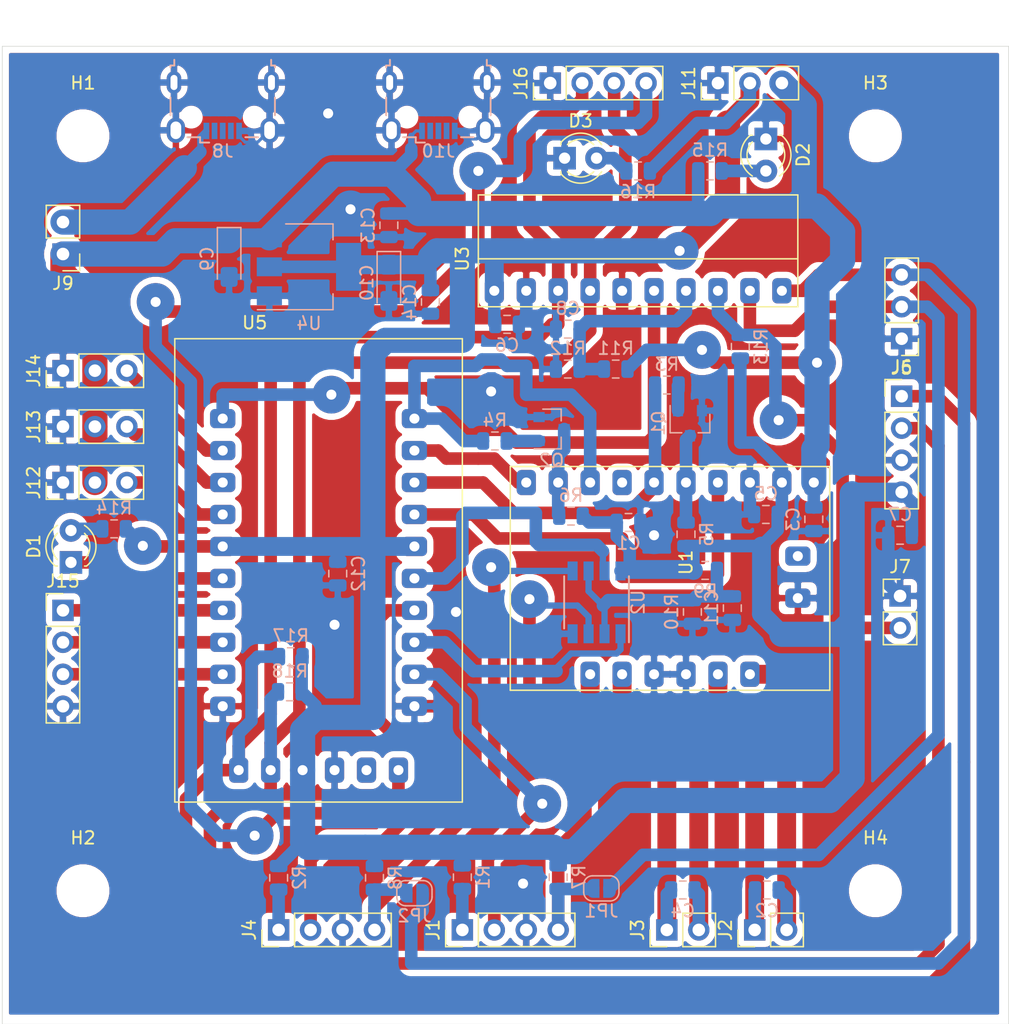
<source format=kicad_pcb>
(kicad_pcb (version 20171130) (host pcbnew 5.1.9-73d0e3b20d~88~ubuntu16.04.1)
  (layers (0 F.Cu signal) (31 B.Cu signal) (34 B.Paste user) (35 F.Paste user) (36 B.SilkS user) (37 F.SilkS user) (38 B.Mask user) (39 F.Mask user) (44 Edge.Cuts user))
  (net 0 "")
  (net 1 +5V)
  (net 2 GND)
  (net 3 "Net-(C2-Pad1)")
  (net 4 "Net-(C2-Pad2)")
  (net 5 "Net-(C4-Pad1)")
  (net 6 "Net-(C4-Pad2)")
  (net 7 "Net-(Q1-Pad1)")
  (net 8 "Net-(Q1-Pad3)")
  (net 9 "Net-(Q2-Pad3)")
  (net 10 "Net-(Q2-Pad1)")
  (net 11 "Net-(U1-Pad15)")
  (net 12 +3V3)
  (net 13 "Net-(U1-Pad8)")
  (net 14 "Net-(C8-Pad1)")
  (net 15 "Net-(J1-Pad4)")
  (net 16 "Net-(J1-Pad1)")
  (net 17 "Net-(J4-Pad1)")
  (net 18 "Net-(J4-Pad4)")
  (net 19 "Net-(J5-Pad3)")
  (net 20 "Net-(J5-Pad2)")
  (net 21 "Net-(J7-Pad2)")
  (net 22 "Net-(J10-Pad4)")
  (net 23 "Net-(J10-Pad3)")
  (net 24 "Net-(J10-Pad2)")
  (net 25 "Net-(J8-Pad1)")
  (net 26 "Net-(C11-Pad1)")
  (net 27 IO4)
  (net 28 IO6)
  (net 29 SDA)
  (net 30 SCL)
  (net 31 "Net-(J12-Pad3)")
  (net 32 "Net-(J13-Pad3)")
  (net 33 "Net-(J14-Pad3)")
  (net 34 "Net-(J15-Pad1)")
  (net 35 "Net-(J15-Pad2)")
  (net 36 "Net-(J15-Pad3)")
  (net 37 INTERRUPT)
  (net 38 IO1)
  (net 39 IO2)
  (net 40 IO0)
  (net 41 IO3)
  (net 42 IO5)
  (net 43 IO7)
  (net 44 IO8)
  (net 45 "Net-(U5-Pad15)")
  (net 46 "Net-(D1-Pad2)")
  (net 47 "Net-(D1-Pad1)")
  (net 48 "Net-(D2-Pad2)")
  (net 49 "Net-(D3-Pad2)")
  (net 50 "Net-(J8-Pad4)")
  (net 51 "Net-(J8-Pad3)")
  (net 52 "Net-(J8-Pad2)")
  (module Resistor_SMD:R_0805_2012Metric (layer B.Cu) (at 23.114 51.562 180)
    (fp_text reference R18 (at 0 1.65) (layer B.SilkS) (effects (justify mirror)))
    (fp_text value 4K7)
    (pad 2 smd roundrect (at 0.9375 0 180) (size 0.975 1.4) (layers B.Cu B.Paste B.Mask) (net 29 SDA))
    (pad 1 smd roundrect (at -0.9375 0 180) (size 0.975 1.4) (layers B.Cu B.Paste B.Mask) (net 12 +3V3))
  )
  (module Resistor_SMD:R_0805_2012Metric (layer B.Cu) (at 23.1925 48.768 180)
    (fp_text reference R17 (at 0 1.65) (layer B.SilkS) (effects (justify mirror)))
    (fp_text value 4K7)
    (pad 2 smd roundrect (at 0.9375 0 180) (size 0.975 1.4) (layers B.Cu B.Paste B.Mask) (net 30 SCL))
    (pad 1 smd roundrect (at -0.9375 0 180) (size 0.975 1.4) (layers B.Cu B.Paste B.Mask) (net 12 +3V3))
  )
  (module reprapltd-kicad:adafruit-2448 (layer F.Cu) (at 53.34 42.545 90)
    (fp_text reference U1 (at 1.27 1.27 90) (layer F.SilkS))
    (fp_text value adafruit-2448)
    (pad 1 thru_hole roundrect (at -7.62 -6.35 90) (size 2 1.524) (drill 0.8) (layers *.Cu *.Mask) (net 5 "Net-(C4-Pad1)"))
    (pad 2 thru_hole roundrect (at -7.62 -3.81 90) (size 2 1.524) (drill 0.8) (layers *.Cu *.Mask) (net 6 "Net-(C4-Pad2)"))
    (pad 3 thru_hole roundrect (at -7.62 -1.27 90) (size 2 1.524) (drill 0.8) (layers *.Cu *.Mask) (net 2 GND))
    (pad 4 thru_hole roundrect (at -7.62 1.27 90) (size 2 1.524) (drill 0.8) (layers *.Cu *.Mask) (net 2 GND))
    (pad 5 thru_hole roundrect (at -7.62 3.81 90) (size 2 1.524) (drill 0.8) (layers *.Cu *.Mask) (net 3 "Net-(C2-Pad1)"))
    (pad 6 thru_hole roundrect (at -7.62 6.35 90) (size 2 1.524) (drill 0.8) (layers *.Cu *.Mask) (net 4 "Net-(C2-Pad2)"))
    (pad 11 thru_hole roundrect (at 7.62 6.35 90) (size 2 1.524) (drill 0.8) (layers *.Cu *.Mask) (net 2 GND))
    (pad 12 thru_hole roundrect (at 7.62 3.81 90) (size 2 1.524) (drill 0.8) (layers *.Cu *.Mask) (net 27 IO4))
    (pad 13 thru_hole roundrect (at 7.62 1.27 90) (size 2 1.524) (drill 0.8) (layers *.Cu *.Mask) (net 8 "Net-(Q1-Pad3)"))
    (pad 14 thru_hole roundrect (at 7.62 -1.27 90) (size 2 1.524) (drill 0.8) (layers *.Cu *.Mask) (net 42 IO5))
    (pad 15 thru_hole roundrect (at 7.62 -3.81 90) (size 2 1.524) (drill 0.8) (layers *.Cu *.Mask) (net 11 "Net-(U1-Pad15)"))
    (pad 16 thru_hole roundrect (at 7.62 -6.35 90) (size 2 1.524) (drill 0.8) (layers *.Cu *.Mask) (net 43 IO7))
    (pad 17 thru_hole roundrect (at 7.62 -8.89 90) (size 2 1.524) (drill 0.8) (layers *.Cu *.Mask) (net 9 "Net-(Q2-Pad3)"))
    (pad 18 thru_hole roundrect (at 7.62 -11.43 90) (size 2 1.524) (drill 0.8) (layers *.Cu *.Mask) (net 28 IO6))
    (pad 10 thru_hole roundrect (at 7.62 8.89 90) (size 2 1.524) (drill 0.8) (layers *.Cu *.Mask) (net 12 +3V3))
    (pad 9 thru_hole roundrect (at 7.62 11.43 90) (size 2 1.524) (drill 0.8) (layers *.Cu *.Mask) (net 1 +5V))
    (pad 8 thru_hole roundrect (at 1.77 10.16 180) (size 2 1.524) (drill 0.8) (layers *.Cu *.Mask) (net 13 "Net-(U1-Pad8)"))
    (pad 7 thru_hole roundrect (at -1.57 10.16 180) (size 2 1.524) (drill 0.8) (layers *.Cu *.Mask) (net 2 GND))
  )
  (module LED_THT:LED_D3.0mm (layer F.Cu) (at 60.96 7.62 270)
    (fp_text reference D2 (at 1.27 -2.96 90) (layer F.SilkS))
    (fp_text value 5VLED)
    (pad 1 thru_hole rect (at 0 0 270) (size 1.8 1.8) (drill 0.9) (layers *.Cu *.Mask) (net 2 GND))
    (pad 2 thru_hole circle (at 2.54 0 270) (size 1.8 1.8) (drill 0.9) (layers *.Cu *.Mask) (net 48 "Net-(D2-Pad2)"))
  )
  (module LED_THT:LED_D3.0mm (layer F.Cu) (at 44.958 9.144)
    (fp_text reference D3 (at 1.27 -2.96) (layer F.SilkS))
    (fp_text value 3V3LED)
    (pad 1 thru_hole rect (at 0 0) (size 1.8 1.8) (drill 0.9) (layers *.Cu *.Mask) (net 2 GND))
    (pad 2 thru_hole circle (at 2.54 0) (size 1.8 1.8) (drill 0.9) (layers *.Cu *.Mask) (net 49 "Net-(D3-Pad2)"))
  )
  (module LED_THT:LED_D3.0mm (layer F.Cu) (at 5.715 41.275 90)
    (fp_text reference D1 (at 1.27 -2.96 90) (layer F.SilkS))
    (fp_text value FLASH)
    (pad 2 thru_hole circle (at 2.54 0 90) (size 1.8 1.8) (drill 0.9) (layers *.Cu *.Mask) (net 46 "Net-(D1-Pad2)"))
    (pad 1 thru_hole rect (at 0 0 90) (size 1.8 1.8) (drill 0.9) (layers *.Cu *.Mask) (net 47 "Net-(D1-Pad1)"))
  )
  (module Capacitor_SMD:C_0805_2012Metric (layer B.Cu) (at 50.038 38.1)
    (fp_text reference C1 (at 0 1.65) (layer B.SilkS) (effects (justify mirror)))
    (fp_text value 0.1u)
    (pad 1 smd roundrect (at -0.9375 0) (size 0.975 1.4) (layers B.Cu B.Paste B.Mask) (net 12 +3V3))
    (pad 2 smd roundrect (at 0.9375 0) (size 0.975 1.4) (layers B.Cu B.Paste B.Mask) (net 2 GND))
  )
  (module Capacitor_SMD:C_0805_2012Metric (layer B.Cu) (at 61.0385 67.31)
    (fp_text reference C2 (at 0 1.65) (layer B.SilkS) (effects (justify mirror)))
    (fp_text value 0.1u)
    (pad 1 smd roundrect (at -0.9375 0) (size 0.975 1.4) (layers B.Cu B.Paste B.Mask) (net 3 "Net-(C2-Pad1)"))
    (pad 2 smd roundrect (at 0.9375 0) (size 0.975 1.4) (layers B.Cu B.Paste B.Mask) (net 4 "Net-(C2-Pad2)"))
  )
  (module Capacitor_SMD:C_0805_2012Metric (layer B.Cu) (at 64.77 37.846 270)
    (fp_text reference C3 (at 0 1.65 90) (layer B.SilkS) (effects (justify mirror)))
    (fp_text value 0.1u)
    (pad 1 smd roundrect (at -0.9375 0 270) (size 0.975 1.4) (layers B.Cu B.Paste B.Mask) (net 1 +5V))
    (pad 2 smd roundrect (at 0.9375 0 270) (size 0.975 1.4) (layers B.Cu B.Paste B.Mask) (net 2 GND))
  )
  (module Capacitor_SMD:C_0805_2012Metric (layer B.Cu) (at 54.356 67.31)
    (fp_text reference C4 (at 0 1.65) (layer B.SilkS) (effects (justify mirror)))
    (fp_text value 0.1u)
    (pad 2 smd roundrect (at 0.9375 0) (size 0.975 1.4) (layers B.Cu B.Paste B.Mask) (net 6 "Net-(C4-Pad2)"))
    (pad 1 smd roundrect (at -0.9375 0) (size 0.975 1.4) (layers B.Cu B.Paste B.Mask) (net 5 "Net-(C4-Pad1)"))
  )
  (module Capacitor_SMD:C_0805_2012Metric (layer B.Cu) (at 60.96 37.465 180)
    (fp_text reference C5 (at 0 1.65) (layer B.SilkS) (effects (justify mirror)))
    (fp_text value 0.1u)
    (pad 2 smd roundrect (at 0.9375 0 180) (size 0.975 1.4) (layers B.Cu B.Paste B.Mask) (net 2 GND))
    (pad 1 smd roundrect (at -0.9375 0 180) (size 0.975 1.4) (layers B.Cu B.Paste B.Mask) (net 12 +3V3))
  )
  (module Capacitor_SMD:C_0805_2012Metric (layer B.Cu) (at 40.386 22.352)
    (fp_text reference C6 (at 0 1.65) (layer B.SilkS) (effects (justify mirror)))
    (fp_text value 0.1u)
    (pad 1 smd roundrect (at -0.9375 0) (size 0.975 1.4) (layers B.Cu B.Paste B.Mask) (net 12 +3V3))
    (pad 2 smd roundrect (at 0.9375 0) (size 0.975 1.4) (layers B.Cu B.Paste B.Mask) (net 2 GND))
  )
  (module Capacitor_SMD:C_0805_2012Metric (layer B.Cu) (at 71.628 39.116 180)
    (fp_text reference C7 (at 0 1.65) (layer B.SilkS) (effects (justify mirror)))
    (fp_text value 0.1u)
    (pad 2 smd roundrect (at 0.9375 0 180) (size 0.975 1.4) (layers B.Cu B.Paste B.Mask) (net 2 GND))
    (pad 1 smd roundrect (at -0.9375 0 180) (size 0.975 1.4) (layers B.Cu B.Paste B.Mask) (net 12 +3V3))
  )
  (module Capacitor_SMD:C_0805_2012Metric (layer B.Cu) (at 45.212 22.733 180)
    (fp_text reference C8 (at 0 1.65) (layer B.SilkS) (effects (justify mirror)))
    (fp_text value 0.1u)
    (pad 1 smd roundrect (at -0.9375 0 180) (size 0.975 1.4) (layers B.Cu B.Paste B.Mask) (net 14 "Net-(C8-Pad1)"))
    (pad 2 smd roundrect (at 0.9375 0 180) (size 0.975 1.4) (layers B.Cu B.Paste B.Mask) (net 2 GND))
  )
  (module Capacitor_Tantalum_SMD:CP_EIA-3216-18_Kemet-A_Pad1.58x1.35mm_HandSolder (layer B.Cu) (at 18.288 17.145 270)
    (fp_text reference C9 (at 0 1.75 90) (layer B.SilkS) (effects (justify mirror)))
    (fp_text value 10u)
    (pad 1 smd roundrect (at -1.4375 0 270) (size 1.575 1.35) (layers B.Cu B.Paste B.Mask) (roundrect_rratio 0.185185) (net 1 +5V))
    (pad 2 smd roundrect (at 1.4375 0 270) (size 1.575 1.35) (layers B.Cu B.Paste B.Mask) (roundrect_rratio 0.185185) (net 2 GND))
  )
  (module Capacitor_Tantalum_SMD:CP_EIA-3216-18_Kemet-A_Pad1.58x1.35mm_HandSolder (layer B.Cu) (at 30.988 19.05 270)
    (fp_text reference C10 (at 0 1.75 90) (layer B.SilkS) (effects (justify mirror)))
    (fp_text value 100u)
    (pad 2 smd roundrect (at 1.4375 0 270) (size 1.575 1.35) (layers B.Cu B.Paste B.Mask) (roundrect_rratio 0.185185) (net 2 GND))
    (pad 1 smd roundrect (at -1.4375 0 270) (size 1.575 1.35) (layers B.Cu B.Paste B.Mask) (roundrect_rratio 0.185185) (net 12 +3V3))
  )
  (module Capacitor_SMD:C_0805_2012Metric (layer B.Cu) (at 58.293 44.9095 270)
    (fp_text reference C11 (at 0 1.65 90) (layer B.SilkS) (effects (justify mirror)))
    (fp_text value 0.1u)
    (pad 2 smd roundrect (at 0.9375 0 270) (size 0.975 1.4) (layers B.Cu B.Paste B.Mask) (net 2 GND))
    (pad 1 smd roundrect (at -0.9375 0 270) (size 0.975 1.4) (layers B.Cu B.Paste B.Mask) (net 26 "Net-(C11-Pad1)"))
  )
  (module Connector_PinHeader_2.54mm:PinHeader_1x04_P2.54mm_Vertical (layer F.Cu) (at 36.83 70.485 90)
    (fp_text reference J1 (at 0 -2.33 90) (layer F.SilkS))
    (fp_text value "left wheel sensor")
    (pad 1 thru_hole rect (at 0 0 90) (size 1.7 1.7) (drill 1) (layers *.Cu *.Mask) (net 16 "Net-(J1-Pad1)"))
    (pad 2 thru_hole oval (at 0 2.54 90) (size 1.7 1.7) (drill 1) (layers *.Cu *.Mask) (net 40 IO0))
    (pad 3 thru_hole oval (at 0 5.08 90) (size 1.7 1.7) (drill 1) (layers *.Cu *.Mask) (net 2 GND))
    (pad 4 thru_hole oval (at 0 7.62 90) (size 1.7 1.7) (drill 1) (layers *.Cu *.Mask) (net 15 "Net-(J1-Pad4)"))
  )
  (module Connector_PinHeader_2.54mm:PinHeader_1x02_P2.54mm_Vertical (layer F.Cu) (at 60.071 70.485 90)
    (fp_text reference J2 (at 0 -2.33 90) (layer F.SilkS))
    (fp_text value "Left motor")
    (pad 2 thru_hole oval (at 0 2.54 90) (size 1.7 1.7) (drill 1) (layers *.Cu *.Mask) (net 4 "Net-(C2-Pad2)"))
    (pad 1 thru_hole rect (at 0 0 90) (size 1.7 1.7) (drill 1) (layers *.Cu *.Mask) (net 3 "Net-(C2-Pad1)"))
  )
  (module Connector_PinHeader_2.54mm:PinHeader_1x02_P2.54mm_Vertical (layer F.Cu) (at 53.086 70.485 90)
    (fp_text reference J3 (at 0 -2.33 90) (layer F.SilkS))
    (fp_text value "Right motor")
    (pad 2 thru_hole oval (at 0 2.54 90) (size 1.7 1.7) (drill 1) (layers *.Cu *.Mask) (net 6 "Net-(C4-Pad2)"))
    (pad 1 thru_hole rect (at 0 0 90) (size 1.7 1.7) (drill 1) (layers *.Cu *.Mask) (net 5 "Net-(C4-Pad1)"))
  )
  (module Connector_PinHeader_2.54mm:PinHeader_1x04_P2.54mm_Vertical (layer F.Cu) (at 22.225 70.485 90)
    (fp_text reference J4 (at 0 -2.33 90) (layer F.SilkS))
    (fp_text value "right wheel sensor")
    (pad 4 thru_hole oval (at 0 7.62 90) (size 1.7 1.7) (drill 1) (layers *.Cu *.Mask) (net 18 "Net-(J4-Pad4)"))
    (pad 3 thru_hole oval (at 0 5.08 90) (size 1.7 1.7) (drill 1) (layers *.Cu *.Mask) (net 2 GND))
    (pad 2 thru_hole oval (at 0 2.54 90) (size 1.7 1.7) (drill 1) (layers *.Cu *.Mask) (net 39 IO2))
    (pad 1 thru_hole rect (at 0 0 90) (size 1.7 1.7) (drill 1) (layers *.Cu *.Mask) (net 17 "Net-(J4-Pad1)"))
  )
  (module Connector_PinHeader_2.54mm:PinHeader_1x03_P2.54mm_Vertical (layer F.Cu) (at 71.755 23.495 180)
    (fp_text reference J5 (at 0 -2.33) (layer F.SilkS))
    (fp_text value "Analogue inputs")
    (pad 1 thru_hole rect (at 0 0 180) (size 1.7 1.7) (drill 1) (layers *.Cu *.Mask) (net 2 GND))
    (pad 2 thru_hole oval (at 0 2.54 180) (size 1.7 1.7) (drill 1) (layers *.Cu *.Mask) (net 20 "Net-(J5-Pad2)"))
    (pad 3 thru_hole oval (at 0 5.08 180) (size 1.7 1.7) (drill 1) (layers *.Cu *.Mask) (net 19 "Net-(J5-Pad3)"))
  )
  (module Connector_PinHeader_2.54mm:PinHeader_1x04_P2.54mm_Vertical (layer F.Cu) (at 71.755 28.067)
    (fp_text reference J6 (at 0 -2.33) (layer F.SilkS))
    (fp_text value LIDAR)
    (pad 4 thru_hole oval (at 0 7.62) (size 1.7 1.7) (drill 1) (layers *.Cu *.Mask) (net 12 +3V3))
    (pad 3 thru_hole oval (at 0 5.08) (size 1.7 1.7) (drill 1) (layers *.Cu *.Mask) (net 2 GND))
    (pad 2 thru_hole oval (at 0 2.54) (size 1.7 1.7) (drill 1) (layers *.Cu *.Mask) (net 29 SDA))
    (pad 1 thru_hole rect (at 0 0) (size 1.7 1.7) (drill 1) (layers *.Cu *.Mask) (net 30 SCL))
  )
  (module Connector_PinHeader_2.54mm:PinHeader_1x02_P2.54mm_Vertical (layer F.Cu) (at 71.628 43.942)
    (fp_text reference J7 (at 0 -2.33) (layer F.SilkS))
    (fp_text value Phototransistor)
    (pad 1 thru_hole rect (at 0 0) (size 1.7 1.7) (drill 1) (layers *.Cu *.Mask) (net 2 GND))
    (pad 2 thru_hole oval (at 0 2.54) (size 1.7 1.7) (drill 1) (layers *.Cu *.Mask) (net 21 "Net-(J7-Pad2)"))
  )
  (module Connector_USB:USB_Micro-B_Wuerth_629105150521 (layer B.Cu) (at 17.78 5.08)
    (fp_text reference J8 (at 0 3.5) (layer B.SilkS) (effects (justify mirror)))
    (fp_text value USB-from-battery)
    (pad "" np_thru_hole oval (at 2.5 0.8) (size 0.8 0.8) (drill 0.8) (layers *.Cu *.Mask))
    (pad "" np_thru_hole oval (at -2.5 0.8) (size 0.8 0.8) (drill 0.8) (layers *.Cu *.Mask))
    (pad 6 thru_hole oval (at 3.875 -1.95) (size 1.15 1.8) (drill oval 0.55 1.2) (layers *.Cu *.Mask) (net 2 GND))
    (pad 6 thru_hole oval (at -3.875 -1.95) (size 1.15 1.8) (drill oval 0.55 1.2) (layers *.Cu *.Mask) (net 2 GND))
    (pad 6 thru_hole oval (at 3.725 1.85) (size 1.45 2) (drill oval 0.85 1.4) (layers *.Cu *.Mask) (net 2 GND))
    (pad 6 thru_hole oval (at -3.725 1.85) (size 1.45 2) (drill oval 0.85 1.4) (layers *.Cu *.Mask) (net 2 GND))
    (pad 5 smd rect (at 1.3 1.9) (size 0.45 1.3) (layers B.Cu B.Paste B.Mask) (net 2 GND))
    (pad 4 smd rect (at 0.65 1.9) (size 0.45 1.3) (layers B.Cu B.Paste B.Mask) (net 50 "Net-(J8-Pad4)"))
    (pad 3 smd rect (at 0 1.9) (size 0.45 1.3) (layers B.Cu B.Paste B.Mask) (net 51 "Net-(J8-Pad3)"))
    (pad 2 smd rect (at -0.65 1.9) (size 0.45 1.3) (layers B.Cu B.Paste B.Mask) (net 52 "Net-(J8-Pad2)"))
    (pad 1 smd rect (at -1.3 1.9) (size 0.45 1.3) (layers B.Cu B.Paste B.Mask) (net 25 "Net-(J8-Pad1)"))
  )
  (module Connector_PinHeader_2.54mm:PinHeader_1x02_P2.54mm_Vertical (layer F.Cu) (at 5.08 16.764 180)
    (fp_text reference J9 (at 0 -2.33) (layer F.SilkS))
    (fp_text value "power switch")
    (pad 1 thru_hole rect (at 0 0 180) (size 1.7 1.7) (drill 1) (layers *.Cu *.Mask) (net 1 +5V))
    (pad 2 thru_hole oval (at 0 2.54 180) (size 1.7 1.7) (drill 1) (layers *.Cu *.Mask) (net 25 "Net-(J8-Pad1)"))
  )
  (module Connector_USB:USB_Micro-B_Wuerth_629105150521 (layer B.Cu) (at 34.925 5.08)
    (fp_text reference J10 (at 0 3.5) (layer B.SilkS) (effects (justify mirror)))
    (fp_text value USB-to-controller)
    (pad 1 smd rect (at -1.3 1.9) (size 0.45 1.3) (layers B.Cu B.Paste B.Mask) (net 1 +5V))
    (pad 2 smd rect (at -0.65 1.9) (size 0.45 1.3) (layers B.Cu B.Paste B.Mask) (net 24 "Net-(J10-Pad2)"))
    (pad 3 smd rect (at 0 1.9) (size 0.45 1.3) (layers B.Cu B.Paste B.Mask) (net 23 "Net-(J10-Pad3)"))
    (pad 4 smd rect (at 0.65 1.9) (size 0.45 1.3) (layers B.Cu B.Paste B.Mask) (net 22 "Net-(J10-Pad4)"))
    (pad 5 smd rect (at 1.3 1.9) (size 0.45 1.3) (layers B.Cu B.Paste B.Mask) (net 2 GND))
    (pad 6 thru_hole oval (at -3.725 1.85) (size 1.45 2) (drill oval 0.85 1.4) (layers *.Cu *.Mask) (net 2 GND))
    (pad 6 thru_hole oval (at 3.725 1.85) (size 1.45 2) (drill oval 0.85 1.4) (layers *.Cu *.Mask) (net 2 GND))
    (pad 6 thru_hole oval (at -3.875 -1.95) (size 1.15 1.8) (drill oval 0.55 1.2) (layers *.Cu *.Mask) (net 2 GND))
    (pad 6 thru_hole oval (at 3.875 -1.95) (size 1.15 1.8) (drill oval 0.55 1.2) (layers *.Cu *.Mask) (net 2 GND))
    (pad "" np_thru_hole oval (at -2.5 0.8) (size 0.8 0.8) (drill 0.8) (layers *.Cu *.Mask))
    (pad "" np_thru_hole oval (at 2.5 0.8) (size 0.8 0.8) (drill 0.8) (layers *.Cu *.Mask))
  )
  (module Connector_PinHeader_2.54mm:PinHeader_1x03_P2.54mm_Vertical (layer F.Cu) (at 57.15 3.175 90)
    (fp_text reference J11 (at 0 -2.33 90) (layer F.SilkS))
    (fp_text value power-connector)
    (pad 3 thru_hole oval (at 0 5.08 90) (size 1.7 1.7) (drill 1) (layers *.Cu *.Mask) (net 1 +5V))
    (pad 2 thru_hole oval (at 0 2.54 90) (size 1.7 1.7) (drill 1) (layers *.Cu *.Mask) (net 12 +3V3))
    (pad 1 thru_hole rect (at 0 0 90) (size 1.7 1.7) (drill 1) (layers *.Cu *.Mask) (net 2 GND))
  )
  (module Connector_PinHeader_2.54mm:PinHeader_1x03_P2.54mm_Vertical (layer F.Cu) (at 5.08 34.925 90)
    (fp_text reference J12 (at 0 -2.33 90) (layer F.SilkS))
    (fp_text value "servo 3")
    (pad 1 thru_hole rect (at 0 0 90) (size 1.7 1.7) (drill 1) (layers *.Cu *.Mask) (net 2 GND))
    (pad 2 thru_hole oval (at 0 2.54 90) (size 1.7 1.7) (drill 1) (layers *.Cu *.Mask) (net 1 +5V))
    (pad 3 thru_hole oval (at 0 5.08 90) (size 1.7 1.7) (drill 1) (layers *.Cu *.Mask) (net 31 "Net-(J12-Pad3)"))
  )
  (module Connector_PinHeader_2.54mm:PinHeader_1x03_P2.54mm_Vertical (layer F.Cu) (at 5.08 30.48 90)
    (fp_text reference J13 (at 0 -2.33 90) (layer F.SilkS))
    (fp_text value "servo 2")
    (pad 3 thru_hole oval (at 0 5.08 90) (size 1.7 1.7) (drill 1) (layers *.Cu *.Mask) (net 32 "Net-(J13-Pad3)"))
    (pad 2 thru_hole oval (at 0 2.54 90) (size 1.7 1.7) (drill 1) (layers *.Cu *.Mask) (net 1 +5V))
    (pad 1 thru_hole rect (at 0 0 90) (size 1.7 1.7) (drill 1) (layers *.Cu *.Mask) (net 2 GND))
  )
  (module Connector_PinHeader_2.54mm:PinHeader_1x03_P2.54mm_Vertical (layer F.Cu) (at 5.08 26.035 90)
    (fp_text reference J14 (at 0 -2.33 90) (layer F.SilkS))
    (fp_text value "servo 1")
    (pad 1 thru_hole rect (at 0 0 90) (size 1.7 1.7) (drill 1) (layers *.Cu *.Mask) (net 2 GND))
    (pad 2 thru_hole oval (at 0 2.54 90) (size 1.7 1.7) (drill 1) (layers *.Cu *.Mask) (net 1 +5V))
    (pad 3 thru_hole oval (at 0 5.08 90) (size 1.7 1.7) (drill 1) (layers *.Cu *.Mask) (net 33 "Net-(J14-Pad3)"))
  )
  (module Connector_PinHeader_2.54mm:PinHeader_1x04_P2.54mm_Vertical (layer F.Cu) (at 43.815 3.175 90)
    (fp_text reference J16 (at 0 -2.33 90) (layer F.SilkS))
    (fp_text value data-connector)
    (pad 1 thru_hole rect (at 0 0 90) (size 1.7 1.7) (drill 1) (layers *.Cu *.Mask) (net 2 GND))
    (pad 2 thru_hole oval (at 0 2.54 90) (size 1.7 1.7) (drill 1) (layers *.Cu *.Mask) (net 30 SCL))
    (pad 3 thru_hole oval (at 0 5.08 90) (size 1.7 1.7) (drill 1) (layers *.Cu *.Mask) (net 29 SDA))
    (pad 4 thru_hole oval (at 0 7.62 90) (size 1.7 1.7) (drill 1) (layers *.Cu *.Mask) (net 37 INTERRUPT))
  )
  (module Jumper:SolderJumper-2_P1.3mm_Open_RoundedPad1.0x1.5mm (layer B.Cu) (at 47.879 67.183)
    (fp_text reference JP1 (at 0 1.8) (layer B.SilkS) (effects (justify mirror)))
    (fp_text value l->a2)
    (pad 1 smd custom (at -0.65 0) (size 1 0.5) (layers B.Cu B.Mask) (net 15 "Net-(J1-Pad4)") (options (clearance outline) (anchor rect)) (primitives (gr_circle (center 0 -0.25) (end 0.5 -0.25) (width 0)) (gr_circle (center 0 0.25) (end 0.5 0.25) (width 0)) (gr_poly (pts (xy 0 0.75) (xy 0.5 0.75) (xy 0.5 -0.75) (xy 0 -0.75)) (width 0))))
    (pad 2 smd custom (at 0.65 0) (size 1 0.5) (layers B.Cu B.Mask) (net 20 "Net-(J5-Pad2)") (options (clearance outline) (anchor rect)) (primitives (gr_circle (center 0 -0.25) (end 0.5 -0.25) (width 0)) (gr_circle (center 0 0.25) (end 0.5 0.25) (width 0)) (gr_poly (pts (xy 0 0.75) (xy -0.5 0.75) (xy -0.5 -0.75) (xy 0 -0.75)) (width 0))))
  )
  (module Jumper:SolderJumper-2_P1.3mm_Open_RoundedPad1.0x1.5mm (layer B.Cu) (at 33.02 67.564)
    (fp_text reference JP2 (at 0 1.8) (layer B.SilkS) (effects (justify mirror)))
    (fp_text value r->a3)
    (pad 2 smd custom (at 0.65 0) (size 1 0.5) (layers B.Cu B.Mask) (net 19 "Net-(J5-Pad3)") (options (clearance outline) (anchor rect)) (primitives (gr_circle (center 0 -0.25) (end 0.5 -0.25) (width 0)) (gr_circle (center 0 0.25) (end 0.5 0.25) (width 0)) (gr_poly (pts (xy 0 0.75) (xy -0.5 0.75) (xy -0.5 -0.75) (xy 0 -0.75)) (width 0))))
    (pad 1 smd custom (at -0.65 0) (size 1 0.5) (layers B.Cu B.Mask) (net 18 "Net-(J4-Pad4)") (options (clearance outline) (anchor rect)) (primitives (gr_circle (center 0 -0.25) (end 0.5 -0.25) (width 0)) (gr_circle (center 0 0.25) (end 0.5 0.25) (width 0)) (gr_poly (pts (xy 0 0.75) (xy 0.5 0.75) (xy 0.5 -0.75) (xy 0 -0.75)) (width 0))))
  )
  (module Package_TO_SOT_SMD:SOT-23 (layer B.Cu) (at 54.925 30.21 270)
    (fp_text reference Q1 (at 0 2.5 90) (layer B.SilkS) (effects (justify mirror)))
    (fp_text value DMN6075S)
    (pad 3 smd rect (at 1 0 270) (size 0.9 0.8) (layers B.Cu B.Paste B.Mask) (net 8 "Net-(Q1-Pad3)"))
    (pad 2 smd rect (at -1 -0.95 270) (size 0.9 0.8) (layers B.Cu B.Paste B.Mask) (net 2 GND))
    (pad 1 smd rect (at -1 0.95 270) (size 0.9 0.8) (layers B.Cu B.Paste B.Mask) (net 7 "Net-(Q1-Pad1)"))
  )
  (module Package_TO_SOT_SMD:SOT-23 (layer B.Cu) (at 43.926 30.673)
    (fp_text reference Q2 (at 0 2.5) (layer B.SilkS) (effects (justify mirror)))
    (fp_text value DMN6075S)
    (pad 1 smd rect (at -1 0.95) (size 0.9 0.8) (layers B.Cu B.Paste B.Mask) (net 10 "Net-(Q2-Pad1)"))
    (pad 2 smd rect (at -1 -0.95) (size 0.9 0.8) (layers B.Cu B.Paste B.Mask) (net 2 GND))
    (pad 3 smd rect (at 1 0) (size 0.9 0.8) (layers B.Cu B.Paste B.Mask) (net 9 "Net-(Q2-Pad3)"))
  )
  (module Resistor_SMD:R_0805_2012Metric (layer B.Cu) (at 36.83 66.294 90)
    (fp_text reference R1 (at 0 1.65 90) (layer B.SilkS) (effects (justify mirror)))
    (fp_text value 180R)
    (pad 1 smd roundrect (at -0.9375 0 90) (size 0.975 1.4) (layers B.Cu B.Paste B.Mask) (net 16 "Net-(J1-Pad1)"))
    (pad 2 smd roundrect (at 0.9375 0 90) (size 0.975 1.4) (layers B.Cu B.Paste B.Mask) (net 12 +3V3))
  )
  (module Resistor_SMD:R_0805_2012Metric (layer B.Cu) (at 22.225 66.3425 90)
    (fp_text reference R2 (at 0 1.65 90) (layer B.SilkS) (effects (justify mirror)))
    (fp_text value 180R)
    (pad 2 smd roundrect (at 0.9375 0 90) (size 0.975 1.4) (layers B.Cu B.Paste B.Mask) (net 12 +3V3))
    (pad 1 smd roundrect (at -0.9375 0 90) (size 0.975 1.4) (layers B.Cu B.Paste B.Mask) (net 17 "Net-(J4-Pad1)"))
  )
  (module Resistor_SMD:R_0805_2012Metric (layer B.Cu) (at 53.086 27.178 180)
    (fp_text reference R3 (at 0 1.65) (layer B.SilkS) (effects (justify mirror)))
    (fp_text value 10K)
    (pad 1 smd roundrect (at -0.9375 0 180) (size 0.975 1.4) (layers B.Cu B.Paste B.Mask) (net 7 "Net-(Q1-Pad1)"))
    (pad 2 smd roundrect (at 0.9375 0 180) (size 0.975 1.4) (layers B.Cu B.Paste B.Mask) (net 42 IO5))
  )
  (module Resistor_SMD:R_0805_2012Metric (layer B.Cu) (at 39.4185 31.623 180)
    (fp_text reference R4 (at 0 1.65) (layer B.SilkS) (effects (justify mirror)))
    (fp_text value 10K)
    (pad 1 smd roundrect (at -0.9375 0 180) (size 0.975 1.4) (layers B.Cu B.Paste B.Mask) (net 10 "Net-(Q2-Pad1)"))
    (pad 2 smd roundrect (at 0.9375 0 180) (size 0.975 1.4) (layers B.Cu B.Paste B.Mask) (net 43 IO7))
  )
  (module Resistor_SMD:R_0805_2012Metric (layer B.Cu) (at 54.61 39.0375 90)
    (fp_text reference R5 (at 0 1.65 90) (layer B.SilkS) (effects (justify mirror)))
    (fp_text value 10K)
    (pad 2 smd roundrect (at 0.9375 0 90) (size 0.975 1.4) (layers B.Cu B.Paste B.Mask) (net 8 "Net-(Q1-Pad3)"))
    (pad 1 smd roundrect (at -0.9375 0 90) (size 0.975 1.4) (layers B.Cu B.Paste B.Mask) (net 12 +3V3))
  )
  (module Resistor_SMD:R_0805_2012Metric (layer B.Cu) (at 45.466 37.592 180)
    (fp_text reference R6 (at 0 1.65) (layer B.SilkS) (effects (justify mirror)))
    (fp_text value 10K)
    (pad 2 smd roundrect (at 0.9375 0 180) (size 0.975 1.4) (layers B.Cu B.Paste B.Mask) (net 9 "Net-(Q2-Pad3)"))
    (pad 1 smd roundrect (at -0.9375 0 180) (size 0.975 1.4) (layers B.Cu B.Paste B.Mask) (net 12 +3V3))
  )
  (module Resistor_SMD:R_0805_2012Metric (layer B.Cu) (at 44.45 66.294 90)
    (fp_text reference R7 (at 0 1.65 90) (layer B.SilkS) (effects (justify mirror)))
    (fp_text value 10K)
    (pad 1 smd roundrect (at -0.9375 0 90) (size 0.975 1.4) (layers B.Cu B.Paste B.Mask) (net 15 "Net-(J1-Pad4)"))
    (pad 2 smd roundrect (at 0.9375 0 90) (size 0.975 1.4) (layers B.Cu B.Paste B.Mask) (net 12 +3V3))
  )
  (module Resistor_SMD:R_0805_2012Metric (layer B.Cu) (at 29.845 66.3425 90)
    (fp_text reference R8 (at 0 1.65 90) (layer B.SilkS) (effects (justify mirror)))
    (fp_text value 10K)
    (pad 1 smd roundrect (at -0.9375 0 90) (size 0.975 1.4) (layers B.Cu B.Paste B.Mask) (net 18 "Net-(J4-Pad4)"))
    (pad 2 smd roundrect (at 0.9375 0 90) (size 0.975 1.4) (layers B.Cu B.Paste B.Mask) (net 12 +3V3))
  )
  (module Resistor_SMD:R_0805_2012Metric (layer B.Cu) (at 56.134 41.91)
    (fp_text reference R9 (at 0 1.65) (layer B.SilkS) (effects (justify mirror)))
    (fp_text value 6K8)
    (pad 2 smd roundrect (at 0.9375 0) (size 0.975 1.4) (layers B.Cu B.Paste B.Mask) (net 26 "Net-(C11-Pad1)"))
    (pad 1 smd roundrect (at -0.9375 0) (size 0.975 1.4) (layers B.Cu B.Paste B.Mask) (net 12 +3V3))
  )
  (module Resistor_SMD:R_0805_2012Metric (layer B.Cu) (at 55.118 45.212 270)
    (fp_text reference R10 (at 0 1.65 90) (layer B.SilkS) (effects (justify mirror)))
    (fp_text value 33K)
    (pad 1 smd roundrect (at -0.9375 0 270) (size 0.975 1.4) (layers B.Cu B.Paste B.Mask) (net 26 "Net-(C11-Pad1)"))
    (pad 2 smd roundrect (at 0.9375 0 270) (size 0.975 1.4) (layers B.Cu B.Paste B.Mask) (net 2 GND))
  )
  (module Resistor_SMD:R_0805_2012Metric (layer B.Cu) (at 49.022 25.908 180)
    (fp_text reference R11 (at 0 1.65) (layer B.SilkS) (effects (justify mirror)))
    (fp_text value 15K)
    (pad 2 smd roundrect (at 0.9375 0 180) (size 0.975 1.4) (layers B.Cu B.Paste B.Mask) (net 14 "Net-(C8-Pad1)"))
    (pad 1 smd roundrect (at -0.9375 0 180) (size 0.975 1.4) (layers B.Cu B.Paste B.Mask) (net 1 +5V))
  )
  (module Resistor_SMD:R_0805_2012Metric (layer B.Cu) (at 45.212 25.908 180)
    (fp_text reference R12 (at 0 1.65) (layer B.SilkS) (effects (justify mirror)))
    (fp_text value 10K)
    (pad 1 smd roundrect (at -0.9375 0 180) (size 0.975 1.4) (layers B.Cu B.Paste B.Mask) (net 14 "Net-(C8-Pad1)"))
    (pad 2 smd roundrect (at 0.9375 0 180) (size 0.975 1.4) (layers B.Cu B.Paste B.Mask) (net 2 GND))
  )
  (module Resistor_SMD:R_0805_2012Metric (layer B.Cu) (at 58.928 24.13 90)
    (fp_text reference R13 (at 0 1.65 90) (layer B.SilkS) (effects (justify mirror)))
    (fp_text value 15K)
    (pad 2 smd roundrect (at 0.9375 0 90) (size 0.975 1.4) (layers B.Cu B.Paste B.Mask) (net 21 "Net-(J7-Pad2)"))
    (pad 1 smd roundrect (at -0.9375 0 90) (size 0.975 1.4) (layers B.Cu B.Paste B.Mask) (net 12 +3V3))
  )
  (module reprapltd-kicad:adafruit-1015 (layer F.Cu) (at 50.8 19.685 90)
    (fp_text reference U3 (at 2.54 -13.97 90) (layer F.SilkS))
    (fp_text value adafruit-1015)
    (pad 1 thru_hole roundrect (at 0 -11.43 90) (size 2 1.524) (drill 0.8) (layers *.Cu *.Mask) (net 12 +3V3))
    (pad 2 thru_hole roundrect (at 0 -8.89 90) (size 2 1.524) (drill 0.8) (layers *.Cu *.Mask) (net 2 GND))
    (pad 3 thru_hole roundrect (at 0 -6.35 90) (size 2 1.524) (drill 0.8) (layers *.Cu *.Mask) (net 30 SCL))
    (pad 4 thru_hole roundrect (at 0 -3.81 90) (size 2 1.524) (drill 0.8) (layers *.Cu *.Mask) (net 29 SDA))
    (pad 5 thru_hole roundrect (at 0 -1.27 90) (size 2 1.524) (drill 0.8) (layers *.Cu *.Mask) (net 2 GND))
    (pad 6 thru_hole roundrect (at 0 1.27 90) (size 2 1.524) (drill 0.8) (layers *.Cu *.Mask) (net 44 IO8))
    (pad 7 thru_hole roundrect (at 0 3.81 90) (size 2 1.524) (drill 0.8) (layers *.Cu *.Mask) (net 14 "Net-(C8-Pad1)"))
    (pad 8 thru_hole roundrect (at 0 6.35 90) (size 2 1.524) (drill 0.8) (layers *.Cu *.Mask) (net 21 "Net-(J7-Pad2)"))
    (pad 9 thru_hole roundrect (at 0 8.89 90) (size 2 1.524) (drill 0.8) (layers *.Cu *.Mask) (net 20 "Net-(J5-Pad2)"))
    (pad 10 thru_hole roundrect (at 0 11.43 90) (size 2 1.524) (drill 0.8) (layers *.Cu *.Mask) (net 19 "Net-(J5-Pad3)"))
  )
  (module Package_TO_SOT_SMD:SOT-223-3_TabPin2 (layer B.Cu) (at 24.638 17.78)
    (fp_text reference U4 (at 0 4.5) (layer B.SilkS) (effects (justify mirror)))
    (fp_text value AP1117-33)
    (pad 2 smd rect (at 3.15 0) (size 2 3.8) (layers B.Cu B.Paste B.Mask) (net 12 +3V3))
    (pad 2 smd rect (at -3.15 0) (size 2 1.5) (layers B.Cu B.Paste B.Mask) (net 12 +3V3))
    (pad 3 smd rect (at -3.15 -2.3) (size 2 1.5) (layers B.Cu B.Paste B.Mask) (net 1 +5V))
    (pad 1 smd rect (at -3.15 2.3) (size 2 1.5) (layers B.Cu B.Paste B.Mask) (net 2 GND))
  )
  (module reprapltd-kicad:sparkfun-sx1509 (layer F.Cu) (at 33.02 55.245)
    (fp_text reference U5 (at -12.7 -33.02) (layer F.SilkS))
    (fp_text value sparkfun-sx1509)
    (pad 1 thru_hole roundrect (at -15.24 -25.4) (size 2 1.524) (drill 0.8) (layers *.Cu *.Mask) (net 44 IO8))
    (pad 2 thru_hole roundrect (at -15.24 -22.86) (size 2 1.524) (drill 0.8) (layers *.Cu *.Mask) (net 33 "Net-(J14-Pad3)"))
    (pad 3 thru_hole roundrect (at -15.24 -20.32) (size 2 1.524) (drill 0.8) (layers *.Cu *.Mask) (net 32 "Net-(J13-Pad3)"))
    (pad 4 thru_hole roundrect (at -15.24 -17.78) (size 2 1.524) (drill 0.8) (layers *.Cu *.Mask) (net 31 "Net-(J12-Pad3)"))
    (pad 5 thru_hole roundrect (at -15.24 -15.24) (size 2 1.524) (drill 0.8) (layers *.Cu *.Mask) (net 12 +3V3))
    (pad 6 thru_hole roundrect (at -15.24 -12.7) (size 2 1.524) (drill 0.8) (layers *.Cu *.Mask) (net 47 "Net-(D1-Pad1)"))
    (pad 7 thru_hole roundrect (at -15.24 -10.16) (size 2 1.524) (drill 0.8) (layers *.Cu *.Mask) (net 34 "Net-(J15-Pad1)"))
    (pad 8 thru_hole roundrect (at -15.24 -7.62) (size 2 1.524) (drill 0.8) (layers *.Cu *.Mask) (net 35 "Net-(J15-Pad2)"))
    (pad 9 thru_hole roundrect (at -15.24 -5.08) (size 2 1.524) (drill 0.8) (layers *.Cu *.Mask) (net 36 "Net-(J15-Pad3)"))
    (pad 10 thru_hole roundrect (at -15.24 -2.54) (size 2 1.524) (drill 0.8) (layers *.Cu *.Mask) (net 2 GND))
    (pad 11 thru_hole roundrect (at -13.97 2.54 90) (size 2 1.524) (drill 0.8) (layers *.Cu *.Mask) (net 30 SCL))
    (pad 12 thru_hole roundrect (at -11.43 2.54 90) (size 2 1.524) (drill 0.8) (layers *.Cu *.Mask) (net 29 SDA))
    (pad 13 thru_hole roundrect (at -8.89 2.54 90) (size 2 1.524) (drill 0.8) (layers *.Cu *.Mask) (net 12 +3V3))
    (pad 14 thru_hole roundrect (at -6.35 2.54 90) (size 2 1.524) (drill 0.8) (layers *.Cu *.Mask) (net 2 GND))
    (pad 15 thru_hole roundrect (at -3.81 2.54 90) (size 2 1.524) (drill 0.8) (layers *.Cu *.Mask) (net 45 "Net-(U5-Pad15)"))
    (pad 16 thru_hole roundrect (at -1.27 2.54 90) (size 2 1.524) (drill 0.8) (layers *.Cu *.Mask) (net 37 INTERRUPT))
    (pad 17 thru_hole roundrect (at 0 -2.54 180) (size 2 1.524) (drill 0.8) (layers *.Cu *.Mask) (net 2 GND))
    (pad 18 thru_hole roundrect (at 0 -5.08 180) (size 2 1.524) (drill 0.8) (layers *.Cu *.Mask) (net 40 IO0))
    (pad 19 thru_hole roundrect (at 0 -7.62 180) (size 2 1.524) (drill 0.8) (layers *.Cu *.Mask) (net 38 IO1))
    (pad 20 thru_hole roundrect (at 0 -10.16 180) (size 2 1.524) (drill 0.8) (layers *.Cu *.Mask) (net 39 IO2))
    (pad 21 thru_hole roundrect (at 0 -12.7 180) (size 2 1.524) (drill 0.8) (layers *.Cu *.Mask) (net 41 IO3))
    (pad 22 thru_hole roundrect (at 0 -15.24 180) (size 2 1.524) (drill 0.8) (layers *.Cu *.Mask) (net 12 +3V3))
    (pad 23 thru_hole roundrect (at 0 -17.78 180) (size 2 1.524) (drill 0.8) (layers *.Cu *.Mask) (net 27 IO4))
    (pad 24 thru_hole roundrect (at 0 -20.32 180) (size 2 1.524) (drill 0.8) (layers *.Cu *.Mask) (net 42 IO5))
    (pad 25 thru_hole roundrect (at 0 -22.86 180) (size 2 1.524) (drill 0.8) (layers *.Cu *.Mask) (net 28 IO6))
    (pad 26 thru_hole roundrect (at 0 -25.4 180) (size 2 1.524) (drill 0.8) (layers *.Cu *.Mask) (net 43 IO7))
  )
  (module Capacitor_SMD:C_0805_2012Metric (layer B.Cu) (at 26.924 42.164 90)
    (fp_text reference C12 (at 0 1.65 90) (layer B.SilkS) (effects (justify mirror)))
    (fp_text value 0.1u)
    (pad 1 smd roundrect (at -0.9375 0 90) (size 0.975 1.4) (layers B.Cu B.Paste B.Mask) (net 2 GND))
    (pad 2 smd roundrect (at 0.9375 0 90) (size 0.975 1.4) (layers B.Cu B.Paste B.Mask) (net 12 +3V3))
  )
  (module Connector_PinHeader_2.54mm:PinHeader_1x04_P2.54mm_Vertical (layer F.Cu) (at 5.08 45.085)
    (fp_text reference J15 (at 0 -2.33) (layer F.SilkS))
    (fp_text value GPIO)
    (pad 1 thru_hole rect (at 0 0) (size 1.7 1.7) (drill 1) (layers *.Cu *.Mask) (net 34 "Net-(J15-Pad1)"))
    (pad 2 thru_hole oval (at 0 2.54) (size 1.7 1.7) (drill 1) (layers *.Cu *.Mask) (net 35 "Net-(J15-Pad2)"))
    (pad 3 thru_hole oval (at 0 5.08) (size 1.7 1.7) (drill 1) (layers *.Cu *.Mask) (net 36 "Net-(J15-Pad3)"))
    (pad 4 thru_hole oval (at 0 7.62) (size 1.7 1.7) (drill 1) (layers *.Cu *.Mask) (net 2 GND))
  )
  (module Resistor_SMD:R_0805_2012Metric (layer B.Cu) (at 9.144 38.608 180)
    (fp_text reference R14 (at 0 1.65) (layer B.SilkS) (effects (justify mirror)))
    (fp_text value 220R)
    (pad 1 smd roundrect (at -0.9375 0 180) (size 0.975 1.4) (layers B.Cu B.Paste B.Mask) (net 12 +3V3))
    (pad 2 smd roundrect (at 0.9375 0 180) (size 0.975 1.4) (layers B.Cu B.Paste B.Mask) (net 46 "Net-(D1-Pad2)"))
  )
  (module Resistor_SMD:R_0805_2012Metric (layer B.Cu) (at 56.515 10.16 180)
    (fp_text reference R15 (at 0 1.65) (layer B.SilkS) (effects (justify mirror)))
    (fp_text value 220R)
    (pad 1 smd roundrect (at -0.9375 0 180) (size 0.975 1.4) (layers B.Cu B.Paste B.Mask) (net 48 "Net-(D2-Pad2)"))
    (pad 2 smd roundrect (at 0.9375 0 180) (size 0.975 1.4) (layers B.Cu B.Paste B.Mask) (net 1 +5V))
  )
  (module Resistor_SMD:R_0805_2012Metric (layer B.Cu) (at 50.8 10.16)
    (fp_text reference R16 (at 0 1.65) (layer B.SilkS) (effects (justify mirror)))
    (fp_text value 220R)
    (pad 2 smd roundrect (at 0.9375 0) (size 0.975 1.4) (layers B.Cu B.Paste B.Mask) (net 12 +3V3))
    (pad 1 smd roundrect (at -0.9375 0) (size 0.975 1.4) (layers B.Cu B.Paste B.Mask) (net 49 "Net-(D3-Pad2)"))
  )
  (module Capacitor_SMD:C_0805_2012Metric (layer B.Cu) (at 30.988 14.478 270)
    (fp_text reference C13 (at 0 1.65 90) (layer B.SilkS) (effects (justify mirror)))
    (fp_text value 0.1u)
    (pad 2 smd roundrect (at 0.9375 0 270) (size 0.975 1.4) (layers B.Cu B.Paste B.Mask) (net 2 GND))
    (pad 1 smd roundrect (at -0.9375 0 270) (size 0.975 1.4) (layers B.Cu B.Paste B.Mask) (net 1 +5V))
  )
  (module Capacitor_SMD:C_0805_2012Metric (layer B.Cu) (at 34.29 20.574 270)
    (fp_text reference C14 (at 0 1.65 90) (layer B.SilkS) (effects (justify mirror)))
    (fp_text value 0.1u)
    (pad 1 smd roundrect (at -0.9375 0 270) (size 0.975 1.4) (layers B.Cu B.Paste B.Mask) (net 12 +3V3))
    (pad 2 smd roundrect (at 0.9375 0 270) (size 0.975 1.4) (layers B.Cu B.Paste B.Mask) (net 2 GND))
  )
  (module MountingHole:MountingHole_3.2mm_M3 (layer F.Cu) (at 6.67 7.37)
    (fp_text reference H1 (at 0 -4.2) (layer F.SilkS))
    (fp_text value MountingHole)
    (pad 1 np_thru_hole circle (at 0 0) (size 3.2 3.2) (drill 3.2) (layers *.Cu *.Mask))
  )
  (module MountingHole:MountingHole_3.2mm_M3 (layer F.Cu) (at 6.67 67.37)
    (fp_text reference H2 (at 0 -4.2) (layer F.SilkS))
    (fp_text value MountingHole)
    (pad 1 np_thru_hole circle (at 0 0) (size 3.2 3.2) (drill 3.2) (layers *.Cu *.Mask))
  )
  (module MountingHole:MountingHole_3.2mm_M3 (layer F.Cu) (at 69.67 7.37)
    (fp_text reference H3 (at 0 -4.2) (layer F.SilkS))
    (fp_text value MountingHole)
    (pad 1 np_thru_hole circle (at 0 0) (size 3.2 3.2) (drill 3.2) (layers *.Cu *.Mask))
  )
  (module MountingHole:MountingHole_3.2mm_M3 (layer F.Cu) (at 69.67 67.37)
    (fp_text reference H4 (at 0 -4.2) (layer F.SilkS))
    (fp_text value MountingHole)
    (pad 1 np_thru_hole circle (at 0 0) (size 3.2 3.2) (drill 3.2) (layers *.Cu *.Mask))
  )
  (module reprapltd-kicad:Diodes_SO-8EP (layer B.Cu) (at 47.498 44.45 90)
    (fp_text reference U2 (at 0 3.3 90) (layer B.SilkS) (effects (justify mirror)))
    (fp_text value LM2903)
    (pad 1 smd rect (at -2.4975 1.905 90) (size 1.505 0.802) (layers B.Cu B.Paste B.Mask) (net 38 IO1))
    (pad 2 smd rect (at -2.4975 0.635 90) (size 1.505 0.802) (layers B.Cu B.Paste B.Mask) (net 26 "Net-(C11-Pad1)"))
    (pad 3 smd rect (at -2.4975 -0.635 90) (size 1.505 0.802) (layers B.Cu B.Paste B.Mask) (net 15 "Net-(J1-Pad4)"))
    (pad 4 smd rect (at -2.4975 -1.905 90) (size 1.505 0.802) (layers B.Cu B.Paste B.Mask) (net 2 GND))
    (pad 5 smd rect (at 2.4975 -1.905 90) (size 1.505 0.802) (layers B.Cu B.Paste B.Mask) (net 18 "Net-(J4-Pad4)"))
    (pad 6 smd rect (at 2.4975 -0.635 90) (size 1.505 0.802) (layers B.Cu B.Paste B.Mask) (net 26 "Net-(C11-Pad1)"))
    (pad 7 smd rect (at 2.4975 0.635 90) (size 1.505 0.802) (layers B.Cu B.Paste B.Mask) (net 41 IO3))
    (pad 8 smd rect (at 2.4975 1.905 90) (size 1.505 0.802) (layers B.Cu B.Paste B.Mask) (net 12 +3V3))
  )
  (gr_line (start 0.254 77.978) (end 0.254 0.254) (layer Edge.Cuts) (width 0.05))
  (gr_line (start 80.264 77.978) (end 0.254 77.978) (layer Edge.Cuts) (width 0.05))
  (gr_line (start 80.264 0.254) (end 80.264 77.978) (layer Edge.Cuts) (width 0.05))
  (gr_line (start 0.254 0.254) (end 80.264 0.254) (layer Edge.Cuts) (width 0.05))
  (segment (start 33.599999 7.040001) (end 33.599999 6.98) (width 0.5) (layer B.Cu) (net 1))
  (segment (start 18.5155 15.48) (end 18.288 15.7075) (width 1.5) (layer B.Cu) (net 1))
  (segment (start 21.488 15.48) (end 18.5155 15.48) (width 1.5) (layer B.Cu) (net 1))
  (segment (start 5.08 16.764) (end 12.954 16.764) (width 2) (layer B.Cu) (net 1))
  (segment (start 14.0105 15.7075) (end 18.288 15.7075) (width 2) (layer B.Cu) (net 1))
  (segment (start 12.954 16.764) (end 14.0105 15.7075) (width 2) (layer B.Cu) (net 1))
  (segment (start 23.4275 13.5405) (end 21.488 15.48) (width 1.5) (layer B.Cu) (net 1))
  (segment (start 5.08 16.764) (end 5.08 18.288) (width 2) (layer F.Cu) (net 1))
  (segment (start 7.62 20.828) (end 7.62 26.035) (width 2) (layer F.Cu) (net 1))
  (segment (start 5.08 18.288) (end 7.62 20.828) (width 2) (layer F.Cu) (net 1))
  (segment (start 7.62 26.035) (end 7.62 30.48) (width 2) (layer F.Cu) (net 1))
  (segment (start 7.62 30.48) (end 7.62 34.925) (width 2) (layer F.Cu) (net 1))
  (segment (start 56.5635 13.5405) (end 57.15 12.954) (width 2) (layer B.Cu) (net 1))
  (segment (start 57.15 12.954) (end 63.246 12.954) (width 2) (layer B.Cu) (net 1))
  (segment (start 55.5775 13.5105) (end 55.5475 13.5405) (width 1) (layer B.Cu) (net 1))
  (segment (start 55.5775 10.16) (end 55.5775 13.5105) (width 1) (layer B.Cu) (net 1))
  (segment (start 55.5475 13.5405) (end 56.5635 13.5405) (width 2) (layer B.Cu) (net 1))
  (segment (start 62.23 3.175) (end 64.008 4.953) (width 2) (layer B.Cu) (net 1))
  (segment (start 64.008 12.192) (end 63.246 12.954) (width 2) (layer B.Cu) (net 1))
  (segment (start 64.008 4.953) (end 64.008 12.192) (width 2) (layer B.Cu) (net 1))
  (segment (start 64.77 36.9085) (end 64.77 34.925) (width 1) (layer B.Cu) (net 1))
  (segment (start 64.77 32.258) (end 64.77 34.925) (width 2) (layer B.Cu) (net 1))
  (segment (start 63.246 12.954) (end 65.024 12.954) (width 2) (layer B.Cu) (net 1))
  (segment (start 65.024 19.304) (end 65.024 25.4) (width 2) (layer B.Cu) (net 1))
  (segment (start 67.056 14.986) (end 67.056 17.272) (width 2) (layer B.Cu) (net 1))
  (segment (start 67.056 17.272) (end 65.024 19.304) (width 2) (layer B.Cu) (net 1))
  (segment (start 65.024 12.954) (end 67.056 14.986) (width 2) (layer B.Cu) (net 1))
  (segment (start 65.024 32.004) (end 64.77 32.258) (width 2) (layer B.Cu) (net 1))
  (segment (start 65.024 25.4) (end 65.024 32.004) (width 2) (layer B.Cu) (net 1))
  (via (at 65.024 25.4) (size 3) (drill 0.8) (layers F.Cu B.Cu) (net 1))
  (segment (start 65.024 25.4) (end 58.166 25.4) (width 1) (layer F.Cu) (net 1))
  (segment (start 58.166 25.4) (end 56.896 25.4) (width 1) (layer F.Cu) (net 1))
  (segment (start 56.896 25.4) (end 55.88 24.384) (width 1) (layer F.Cu) (net 1))
  (segment (start 55.88 24.384) (end 55.88 24.384) (width 1) (layer F.Cu) (net 1))
  (via (at 55.88 24.384) (size 3) (drill 0.8) (layers F.Cu B.Cu) (net 1))
  (segment (start 51.4835 24.384) (end 49.9595 25.908) (width 1) (layer B.Cu) (net 1))
  (segment (start 55.88 24.384) (end 51.4835 24.384) (width 1) (layer B.Cu) (net 1))
  (segment (start 33.3525 13.5405) (end 33.3525 12.5245) (width 2) (layer B.Cu) (net 1))
  (segment (start 33.3525 13.5405) (end 55.5475 13.5405) (width 2) (layer B.Cu) (net 1))
  (segment (start 33.3525 12.5245) (end 31.242 10.414) (width 2) (layer B.Cu) (net 1))
  (segment (start 26.554 10.414) (end 21.488 15.48) (width 2) (layer B.Cu) (net 1))
  (segment (start 31.242 10.414) (end 26.554 10.414) (width 2) (layer B.Cu) (net 1))
  (segment (start 33.3525 13.5405) (end 30.988 13.5405) (width 1) (layer B.Cu) (net 1))
  (segment (start 33.625 6.98) (end 33.406 6.98) (width 0.25) (layer B.Cu) (net 1))
  (segment (start 33.625 6.98) (end 33.152 6.98) (width 0.25) (layer B.Cu) (net 1))
  (segment (start 33.152 6.98) (end 32.766 7.366) (width 0.25) (layer B.Cu) (net 1))
  (segment (start 32.766 7.366) (end 32.766 8.382) (width 0.5) (layer B.Cu) (net 1))
  (segment (start 32.766 8.89) (end 31.242 10.414) (width 1) (layer B.Cu) (net 1))
  (segment (start 32.766 8.382) (end 32.766 8.89) (width 1) (layer B.Cu) (net 1))
  (via (at 26.67 46.228) (size 3) (drill 0.8) (layers F.Cu B.Cu) (net 2))
  (via (at 52.07 39.116) (size 3) (drill 0.8) (layers F.Cu B.Cu) (net 2))
  (via (at 41.656 66.802) (size 3) (drill 0.8) (layers F.Cu B.Cu) (net 2))
  (segment (start 70.6905 43.0045) (end 71.628 43.942) (width 1) (layer B.Cu) (net 2))
  (segment (start 70.6905 39.116) (end 70.6905 43.0045) (width 1) (layer B.Cu) (net 2))
  (segment (start 33.02 52.705) (end 35.179 52.705) (width 1) (layer F.Cu) (net 2))
  (segment (start 35.179 52.705) (end 37.338 50.546) (width 1) (layer F.Cu) (net 2))
  (segment (start 37.338 45.212) (end 37.338 45.212) (width 1) (layer F.Cu) (net 2))
  (via (at 36.322 45.212) (size 3) (drill 0.8) (layers F.Cu B.Cu) (net 2))
  (segment (start 36.322 45.466) (end 37.338 46.482) (width 1) (layer F.Cu) (net 2))
  (segment (start 36.322 45.212) (end 36.322 45.466) (width 1) (layer F.Cu) (net 2))
  (segment (start 37.338 50.546) (end 37.338 46.482) (width 1) (layer F.Cu) (net 2))
  (segment (start 37.338 46.482) (end 37.338 45.212) (width 1) (layer F.Cu) (net 2))
  (segment (start 59.69 37.1325) (end 60.0225 37.465) (width 1) (layer B.Cu) (net 2))
  (segment (start 59.69 34.925) (end 59.69 37.1325) (width 1) (layer B.Cu) (net 2))
  (segment (start 50.9755 38.1) (end 51.9915 39.116) (width 0.5) (layer B.Cu) (net 2))
  (segment (start 36.322 45.212) (end 38.608 45.212) (width 0.5) (layer B.Cu) (net 2))
  (segment (start 40.3435 46.9475) (end 45.593 46.9475) (width 0.5) (layer B.Cu) (net 2))
  (segment (start 38.608 45.212) (end 40.3435 46.9475) (width 0.5) (layer B.Cu) (net 2))
  (segment (start 49.53 27.686) (end 39.116 27.686) (width 1) (layer F.Cu) (net 2))
  (segment (start 49.53 19.685) (end 49.53 27.686) (width 1) (layer F.Cu) (net 2))
  (segment (start 39.116 27.686) (end 39.116 27.686) (width 1) (layer F.Cu) (net 2))
  (via (at 39.116 27.686) (size 3) (drill 0.8) (layers F.Cu B.Cu) (net 2))
  (segment (start 21.505 6.93) (end 24.82 6.93) (width 1) (layer B.Cu) (net 2))
  (segment (start 24.82 6.93) (end 26.162 5.588) (width 1) (layer B.Cu) (net 2))
  (segment (start 26.162 5.588) (end 26.162 5.588) (width 1) (layer B.Cu) (net 2))
  (via (at 26.162 5.588) (size 3) (drill 0.8) (layers F.Cu B.Cu) (net 2))
  (segment (start 26.162 5.588) (end 26.162 12.192) (width 1) (layer F.Cu) (net 2))
  (segment (start 27.94 13.97) (end 27.94 13.97) (width 1) (layer F.Cu) (net 2))
  (via (at 27.94 13.208) (size 3) (drill 0.8) (layers F.Cu B.Cu) (net 2))
  (segment (start 27.178 13.208) (end 26.162 12.192) (width 1) (layer F.Cu) (net 2))
  (segment (start 27.94 13.208) (end 27.178 13.208) (width 1) (layer F.Cu) (net 2))
  (segment (start 19.08 6.98) (end 19.08 7.396) (width 0.25) (layer B.Cu) (net 2))
  (segment (start 19.08 7.396) (end 19.558 7.874) (width 0.25) (layer B.Cu) (net 2))
  (segment (start 20.561 7.874) (end 21.505 6.93) (width 0.25) (layer B.Cu) (net 2))
  (segment (start 19.558 7.874) (end 20.561 7.874) (width 0.25) (layer B.Cu) (net 2))
  (segment (start 36.225 6.98) (end 36.444 6.98) (width 0.25) (layer B.Cu) (net 2))
  (segment (start 36.444 6.98) (end 37.084 7.62) (width 0.25) (layer B.Cu) (net 2))
  (segment (start 37.96 7.62) (end 38.65 6.93) (width 0.25) (layer B.Cu) (net 2))
  (segment (start 37.084 7.62) (end 37.96 7.62) (width 0.25) (layer B.Cu) (net 2))
  (segment (start 41.91 21.7655) (end 41.3235 22.352) (width 1) (layer B.Cu) (net 2))
  (segment (start 41.91 19.685) (end 41.91 21.7655) (width 1) (layer B.Cu) (net 2))
  (segment (start 60.071 67.34) (end 60.101 67.31) (width 1) (layer B.Cu) (net 3))
  (segment (start 60.071 70.485) (end 60.071 67.34) (width 1) (layer B.Cu) (net 3))
  (segment (start 57.15 50.165) (end 57.15 52.07) (width 1.5) (layer F.Cu) (net 3))
  (segment (start 60.071 54.991) (end 60.071 70.485) (width 1.5) (layer F.Cu) (net 3))
  (segment (start 57.15 52.07) (end 60.071 54.991) (width 1.5) (layer F.Cu) (net 3))
  (segment (start 62.611 67.945) (end 61.976 67.31) (width 1) (layer B.Cu) (net 4))
  (segment (start 62.611 70.485) (end 62.611 67.945) (width 1) (layer B.Cu) (net 4))
  (segment (start 59.69 50.165) (end 62.357 50.165) (width 1.5) (layer F.Cu) (net 4))
  (segment (start 62.611 50.419) (end 62.611 70.485) (width 1.5) (layer F.Cu) (net 4))
  (segment (start 62.357 50.165) (end 62.611 50.419) (width 1.5) (layer F.Cu) (net 4))
  (segment (start 53.086 67.6425) (end 53.4185 67.31) (width 1) (layer B.Cu) (net 5))
  (segment (start 53.086 70.485) (end 53.086 67.6425) (width 1) (layer B.Cu) (net 5))
  (segment (start 46.99 50.165) (end 46.99 53.594) (width 1.5) (layer F.Cu) (net 5))
  (segment (start 46.99 53.594) (end 49.53 56.134) (width 1.5) (layer F.Cu) (net 5))
  (segment (start 49.53 56.134) (end 52.832 56.134) (width 1.5) (layer F.Cu) (net 5))
  (segment (start 53.086 56.388) (end 53.086 70.485) (width 1.5) (layer F.Cu) (net 5))
  (segment (start 52.832 56.134) (end 53.086 56.388) (width 1.5) (layer F.Cu) (net 5))
  (segment (start 55.626 67.6425) (end 55.2935 67.31) (width 1) (layer B.Cu) (net 6))
  (segment (start 55.626 70.485) (end 55.626 67.6425) (width 1) (layer B.Cu) (net 6))
  (segment (start 55.626 54.864) (end 55.626 70.485) (width 1.5) (layer F.Cu) (net 6))
  (segment (start 54.356 53.594) (end 55.626 54.864) (width 1.5) (layer F.Cu) (net 6))
  (segment (start 50.546 53.594) (end 54.356 53.594) (width 1.5) (layer F.Cu) (net 6))
  (segment (start 49.53 50.165) (end 49.53 52.578) (width 1.5) (layer F.Cu) (net 6))
  (segment (start 49.53 52.578) (end 50.546 53.594) (width 1.5) (layer F.Cu) (net 6))
  (segment (start 53.975 27.2265) (end 54.0235 27.178) (width 1) (layer B.Cu) (net 7))
  (segment (start 53.975 29.21) (end 53.975 27.2265) (width 1) (layer B.Cu) (net 7))
  (segment (start 54.61 31.525) (end 54.925 31.21) (width 1) (layer B.Cu) (net 8))
  (segment (start 54.61 34.925) (end 54.61 31.525) (width 1) (layer B.Cu) (net 8))
  (segment (start 54.61 34.925) (end 54.61 36.322) (width 1) (layer B.Cu) (net 8))
  (segment (start 54.61 36.322) (end 54.61 38.1) (width 1) (layer B.Cu) (net 8))
  (segment (start 44.926 30.673) (end 44.926 32.29) (width 1) (layer B.Cu) (net 9))
  (segment (start 44.45 32.766) (end 44.45 34.925) (width 1) (layer B.Cu) (net 9))
  (segment (start 44.926 32.29) (end 44.45 32.766) (width 1) (layer B.Cu) (net 9))
  (segment (start 44.45 37.5135) (end 44.5285 37.592) (width 1) (layer B.Cu) (net 9))
  (segment (start 44.45 34.925) (end 44.45 37.5135) (width 1) (layer B.Cu) (net 9))
  (segment (start 42.926 31.623) (end 40.356 31.623) (width 1) (layer B.Cu) (net 10))
  (segment (start 59.69 3.175) (end 59.69 4.445) (width 1) (layer B.Cu) (net 12))
  (segment (start 59.69 4.445) (end 57.785 6.35) (width 1) (layer B.Cu) (net 12))
  (segment (start 55.5475 6.35) (end 51.7375 10.16) (width 1) (layer B.Cu) (net 12))
  (segment (start 57.785 6.35) (end 55.5475 6.35) (width 1) (layer B.Cu) (net 12))
  (segment (start 27.9555 17.6125) (end 27.788 17.78) (width 1.5) (layer B.Cu) (net 12))
  (segment (start 30.988 17.6125) (end 27.9555 17.6125) (width 1.5) (layer B.Cu) (net 12))
  (segment (start 62.23 37.1325) (end 61.8975 37.465) (width 1) (layer B.Cu) (net 12))
  (segment (start 62.23 34.925) (end 62.23 37.1325) (width 1) (layer B.Cu) (net 12))
  (segment (start 72.0575 35.9895) (end 71.755 35.687) (width 1) (layer B.Cu) (net 12))
  (segment (start 30.988 17.6125) (end 33.6955 17.6125) (width 1.5) (layer B.Cu) (net 12))
  (segment (start 33.6955 17.6125) (end 34.29 17.018) (width 1.5) (layer B.Cu) (net 12))
  (segment (start 34.29 17.018) (end 34.29 17.018) (width 1.5) (layer B.Cu) (net 12))
  (segment (start 34.29 17.018) (end 34.29 17.018) (width 1.5) (layer B.Cu) (net 12))
  (segment (start 59.69 4.572) (end 57.912 6.35) (width 1.5) (layer F.Cu) (net 12))
  (segment (start 59.69 3.175) (end 59.69 4.572) (width 1.5) (layer F.Cu) (net 12))
  (segment (start 34.29 19.6365) (end 34.29 17.018) (width 1) (layer B.Cu) (net 12))
  (segment (start 57.912 12.7) (end 57.912 6.35) (width 2) (layer F.Cu) (net 12))
  (segment (start 54.102 16.51) (end 54.102 16.51) (width 2) (layer F.Cu) (net 12))
  (segment (start 54.102 16.51) (end 57.912 12.7) (width 2) (layer F.Cu) (net 12))
  (via (at 54.102 16.51) (size 3) (drill 0.8) (layers F.Cu B.Cu) (net 12))
  (segment (start 34.798 16.51) (end 34.29 17.018) (width 2) (layer B.Cu) (net 12))
  (segment (start 39.37 16.764) (end 39.624 16.51) (width 1.5) (layer B.Cu) (net 12))
  (segment (start 39.37 19.685) (end 39.37 16.764) (width 1.5) (layer B.Cu) (net 12))
  (segment (start 54.102 16.51) (end 39.624 16.51) (width 2) (layer B.Cu) (net 12))
  (segment (start 39.37 22.2735) (end 39.4485 22.352) (width 1) (layer B.Cu) (net 12))
  (segment (start 39.37 19.685) (end 39.37 22.2735) (width 1) (layer B.Cu) (net 12))
  (segment (start 33.02 40.005) (end 30.099 40.005) (width 1.5) (layer B.Cu) (net 12))
  (segment (start 30.099 40.005) (end 29.718 39.624) (width 1.5) (layer B.Cu) (net 12))
  (segment (start 29.718 39.624) (end 29.718 53.594) (width 2) (layer B.Cu) (net 12))
  (segment (start 29.337 40.005) (end 29.718 39.624) (width 1.5) (layer B.Cu) (net 12))
  (segment (start 26.924 40.132) (end 27.051 40.005) (width 1) (layer B.Cu) (net 12))
  (segment (start 26.924 41.2265) (end 26.924 40.132) (width 1) (layer B.Cu) (net 12))
  (segment (start 17.78 40.005) (end 27.051 40.005) (width 1.5) (layer B.Cu) (net 12))
  (segment (start 27.051 40.005) (end 29.337 40.005) (width 1.5) (layer B.Cu) (net 12))
  (segment (start 54.61 39.975) (end 60.609 39.975) (width 1) (layer B.Cu) (net 12))
  (segment (start 61.8975 38.6865) (end 61.8975 37.465) (width 1) (layer B.Cu) (net 12))
  (segment (start 60.609 39.975) (end 61.8975 38.6865) (width 1) (layer B.Cu) (net 12))
  (segment (start 21.488 17.78) (end 26.162 17.78) (width 1) (layer B.Cu) (net 12))
  (segment (start 71.882 35.814) (end 71.755 35.687) (width 1) (layer B.Cu) (net 12))
  (segment (start 72.5655 36.4975) (end 71.755 35.687) (width 1) (layer B.Cu) (net 12))
  (segment (start 62.23 34.925) (end 62.23 33.782) (width 1) (layer B.Cu) (net 12))
  (segment (start 62.23 33.782) (end 60.198 31.75) (width 1) (layer B.Cu) (net 12))
  (segment (start 60.198 31.75) (end 58.928 31.75) (width 1) (layer B.Cu) (net 12))
  (segment (start 58.928 31.75) (end 58.928 25.0675) (width 1) (layer B.Cu) (net 12))
  (segment (start 10.0815 38.608) (end 11.43 39.9565) (width 1) (layer B.Cu) (net 12))
  (segment (start 11.43 39.9565) (end 11.43 39.9565) (width 1) (layer B.Cu) (net 12))
  (via (at 11.43 39.9565) (size 3) (drill 0.8) (layers F.Cu B.Cu) (net 12))
  (segment (start 11.4785 40.005) (end 11.43 39.9565) (width 1) (layer F.Cu) (net 12))
  (segment (start 17.78 40.005) (end 11.4785 40.005) (width 1) (layer F.Cu) (net 12))
  (segment (start 55.1965 40.5615) (end 54.61 39.975) (width 1) (layer B.Cu) (net 12))
  (segment (start 55.1965 41.91) (end 55.1965 40.5615) (width 1) (layer B.Cu) (net 12))
  (segment (start 60.609 45.369) (end 60.609 39.975) (width 1.5) (layer B.Cu) (net 12))
  (segment (start 62.23 46.99) (end 60.609 45.369) (width 1.5) (layer B.Cu) (net 12))
  (segment (start 36.83 65.278) (end 36.83 65.3565) (width 1) (layer B.Cu) (net 12))
  (segment (start 46.9115 38.1) (end 46.4035 37.592) (width 1) (layer B.Cu) (net 12))
  (segment (start 49.1005 38.1) (end 46.9115 38.1) (width 1) (layer B.Cu) (net 12))
  (segment (start 49.1005 39.1945) (end 49.1005 38.1) (width 1) (layer B.Cu) (net 12))
  (segment (start 24.13 57.785) (end 24.13 63.5) (width 2) (layer B.Cu) (net 12))
  (segment (start 24.13 63.5) (end 24.544001 63.914001) (width 2) (layer B.Cu) (net 12))
  (segment (start 22.225 65.405) (end 24.13 63.5) (width 1) (layer B.Cu) (net 12))
  (segment (start 24.544001 63.914001) (end 29.116001 63.914001) (width 2) (layer B.Cu) (net 12))
  (segment (start 29.718 53.594) (end 25.146 53.594) (width 2) (layer B.Cu) (net 12))
  (segment (start 24.13 54.61) (end 24.13 57.785) (width 2) (layer B.Cu) (net 12))
  (segment (start 25.146 53.594) (end 24.13 54.61) (width 2) (layer B.Cu) (net 12))
  (segment (start 72.5655 36.4975) (end 72.5655 39.116) (width 1) (layer B.Cu) (net 12))
  (segment (start 62.23 46.99) (end 66.802 46.99) (width 2) (layer B.Cu) (net 12))
  (segment (start 66.802 46.99) (end 67.818 45.974) (width 2) (layer B.Cu) (net 12))
  (segment (start 67.818 45.974) (end 67.818 35.814) (width 2) (layer B.Cu) (net 12))
  (segment (start 67.945 35.687) (end 67.818 35.814) (width 1.5) (layer B.Cu) (net 12))
  (segment (start 71.755 35.687) (end 67.945 35.687) (width 1.5) (layer B.Cu) (net 12))
  (segment (start 49.5175 41.838) (end 49.403 41.9525) (width 1) (layer B.Cu) (net 12))
  (segment (start 50.135 41.838) (end 49.5175 41.838) (width 1) (layer B.Cu) (net 12))
  (segment (start 29.845 64.643) (end 29.116001 63.914001) (width 1) (layer B.Cu) (net 12))
  (segment (start 29.845 65.405) (end 29.845 64.643) (width 1) (layer B.Cu) (net 12))
  (segment (start 36.83 64.262) (end 37.177999 63.914001) (width 1) (layer B.Cu) (net 12))
  (segment (start 36.83 65.3565) (end 36.83 64.262) (width 1) (layer B.Cu) (net 12))
  (segment (start 29.116001 63.914001) (end 37.177999 63.914001) (width 2) (layer B.Cu) (net 12))
  (segment (start 44.45 64.262) (end 44.102001 63.914001) (width 1) (layer B.Cu) (net 12))
  (segment (start 37.177999 63.914001) (end 44.102001 63.914001) (width 2) (layer B.Cu) (net 12))
  (segment (start 44.45 65.3565) (end 44.45 64.262) (width 1) (layer B.Cu) (net 12))
  (segment (start 44.45 64.262) (end 45.72 64.262) (width 2) (layer B.Cu) (net 12))
  (segment (start 45.72 64.262) (end 49.784 60.198) (width 2) (layer B.Cu) (net 12))
  (segment (start 49.784 60.198) (end 66.04 60.198) (width 2) (layer B.Cu) (net 12))
  (segment (start 67.818 58.42) (end 67.818 45.974) (width 2) (layer B.Cu) (net 12))
  (segment (start 66.04 60.198) (end 67.818 58.42) (width 2) (layer B.Cu) (net 12))
  (segment (start 55.1245 41.838) (end 55.1965 41.91) (width 1.5) (layer B.Cu) (net 12))
  (segment (start 50.135 41.838) (end 55.1245 41.838) (width 1.5) (layer B.Cu) (net 12))
  (segment (start 50.135 40.229) (end 50.135 41.838) (width 1) (layer B.Cu) (net 12))
  (segment (start 49.1005 39.1945) (end 50.135 40.229) (width 1) (layer B.Cu) (net 12))
  (segment (start 36.83 16.51) (end 34.798 16.51) (width 2) (layer B.Cu) (net 12))
  (segment (start 36.83 16.51) (end 36.83 23.368) (width 2) (layer B.Cu) (net 12))
  (segment (start 39.624 16.51) (end 36.83 16.51) (width 2) (layer B.Cu) (net 12))
  (segment (start 26.162 17.78) (end 27.788 17.78) (width 1) (layer B.Cu) (net 12))
  (segment (start 36.83 23.622) (end 30.734 23.622) (width 2) (layer B.Cu) (net 12))
  (segment (start 29.718 24.638) (end 29.718 39.624) (width 2) (layer B.Cu) (net 12))
  (segment (start 30.734 23.622) (end 29.718 24.638) (width 2) (layer B.Cu) (net 12))
  (segment (start 25.146 52.6565) (end 24.0515 51.562) (width 1) (layer B.Cu) (net 12))
  (segment (start 25.146 53.594) (end 25.146 52.6565) (width 1) (layer B.Cu) (net 12))
  (segment (start 24.0515 48.8465) (end 24.13 48.768) (width 1) (layer B.Cu) (net 12))
  (segment (start 24.0515 51.562) (end 24.0515 48.8465) (width 1) (layer B.Cu) (net 12))
  (segment (start 46.1495 25.908) (end 48.0845 25.908) (width 1) (layer B.Cu) (net 14))
  (segment (start 46.1495 23.7005) (end 46.1495 25.908) (width 1) (layer B.Cu) (net 14))
  (segment (start 46.1495 22.733) (end 46.1495 23.7005) (width 1) (layer B.Cu) (net 14))
  (segment (start 46.7845 22.098) (end 46.1495 22.733) (width 1) (layer B.Cu) (net 14))
  (segment (start 53.848 22.098) (end 46.7845 22.098) (width 1) (layer B.Cu) (net 14))
  (segment (start 54.61 19.685) (end 54.61 21.336) (width 1) (layer B.Cu) (net 14))
  (segment (start 54.61 21.336) (end 53.848 22.098) (width 1) (layer B.Cu) (net 14))
  (segment (start 44.45 70.485) (end 44.45 67.915) (width 1) (layer B.Cu) (net 15))
  (segment (start 44.45 67.915) (end 44.45 67.2315) (width 1) (layer B.Cu) (net 15))
  (segment (start 47.1805 67.2315) (end 47.229 67.183) (width 1) (layer B.Cu) (net 15))
  (segment (start 44.45 67.2315) (end 47.1805 67.2315) (width 1) (layer B.Cu) (net 15))
  (segment (start 42.164 51.816) (end 42.164 46.736) (width 1) (layer F.Cu) (net 15))
  (segment (start 42.164 46.736) (end 42.164 46.736) (width 1) (layer F.Cu) (net 15))
  (via (at 42.164 44.196) (size 3) (drill 0.8) (layers F.Cu B.Cu) (net 15))
  (segment (start 42.672 44.704) (end 42.164 44.196) (width 0.5) (layer B.Cu) (net 15))
  (segment (start 45.974 44.704) (end 42.672 44.704) (width 0.5) (layer B.Cu) (net 15))
  (segment (start 46.863 46.9475) (end 46.863 45.593) (width 0.5) (layer B.Cu) (net 15))
  (segment (start 46.863 45.593) (end 45.974 44.704) (width 0.5) (layer B.Cu) (net 15))
  (segment (start 42.164 46.736) (end 42.164 44.196) (width 1) (layer F.Cu) (net 15))
  (segment (start 44.45 70.485) (end 44.45 64.008) (width 1) (layer F.Cu) (net 15))
  (segment (start 46.609 61.849) (end 46.609 56.261) (width 1) (layer F.Cu) (net 15))
  (segment (start 44.45 64.008) (end 46.609 61.849) (width 1) (layer F.Cu) (net 15))
  (segment (start 46.609 56.261) (end 42.164 51.816) (width 1) (layer F.Cu) (net 15))
  (segment (start 36.83 70.485) (end 36.83 67.915) (width 1) (layer B.Cu) (net 16))
  (segment (start 36.83 67.915) (end 36.83 67.2315) (width 1) (layer B.Cu) (net 16))
  (segment (start 22.225 70.485) (end 22.225 67.28) (width 1) (layer B.Cu) (net 17))
  (segment (start 29.845 70.485) (end 29.845 67.28) (width 1) (layer B.Cu) (net 18))
  (segment (start 32.258 67.452) (end 32.243 67.437) (width 1) (layer B.Cu) (net 18))
  (segment (start 32.086 67.28) (end 32.37 67.564) (width 1) (layer B.Cu) (net 18))
  (segment (start 29.845 67.28) (end 32.086 67.28) (width 1) (layer B.Cu) (net 18))
  (via (at 39.116 41.656) (size 3) (drill 0.8) (layers F.Cu B.Cu) (net 18))
  (segment (start 38.1 60.452) (end 38.1 60.452) (width 1) (layer F.Cu) (net 18))
  (segment (start 39.4125 41.9525) (end 39.116 41.656) (width 0.5) (layer B.Cu) (net 18))
  (segment (start 45.593 41.9525) (end 39.4125 41.9525) (width 0.5) (layer B.Cu) (net 18))
  (segment (start 39.37 41.91) (end 39.116 41.656) (width 1) (layer F.Cu) (net 18))
  (segment (start 39.37 59.182) (end 39.37 41.91) (width 1) (layer F.Cu) (net 18))
  (segment (start 29.845 68.707) (end 32.131 66.421) (width 1) (layer F.Cu) (net 18))
  (segment (start 29.845 70.485) (end 29.845 68.707) (width 1) (layer F.Cu) (net 18))
  (segment (start 31.272 67.28) (end 32.131 66.421) (width 1) (layer F.Cu) (net 18))
  (segment (start 32.131 66.421) (end 39.37 59.182) (width 1) (layer F.Cu) (net 18))
  (segment (start 63.881 19.685) (end 62.23 19.685) (width 1) (layer F.Cu) (net 19))
  (segment (start 71.755 18.415) (end 65.151 18.415) (width 1) (layer F.Cu) (net 19))
  (segment (start 65.151 18.415) (end 63.881 19.685) (width 1) (layer F.Cu) (net 19))
  (segment (start 73.787 18.415) (end 71.755 18.415) (width 1) (layer B.Cu) (net 19))
  (segment (start 76.708 21.336) (end 73.787 18.415) (width 1) (layer B.Cu) (net 19))
  (segment (start 33.67 68.946) (end 32.766 69.85) (width 1) (layer B.Cu) (net 19))
  (segment (start 33.67 67.564) (end 33.67 68.946) (width 1) (layer B.Cu) (net 19))
  (segment (start 32.766 69.85) (end 32.766 73.152) (width 1) (layer B.Cu) (net 19))
  (segment (start 76.708 71.12) (end 76.708 21.336) (width 1) (layer B.Cu) (net 19))
  (segment (start 32.766 73.152) (end 74.676 73.152) (width 1) (layer B.Cu) (net 19))
  (segment (start 74.676 73.152) (end 76.708 71.12) (width 1) (layer B.Cu) (net 19))
  (segment (start 48.514 67.198) (end 48.529 67.183) (width 1) (layer B.Cu) (net 20))
  (segment (start 59.69 22.86) (end 59.69 19.685) (width 1) (layer F.Cu) (net 20))
  (segment (start 63.246 22.86) (end 59.69 22.86) (width 1) (layer F.Cu) (net 20))
  (segment (start 71.755 20.955) (end 65.151 20.955) (width 1) (layer F.Cu) (net 20))
  (segment (start 65.151 20.955) (end 63.246 22.86) (width 1) (layer F.Cu) (net 20))
  (segment (start 74.676 55.006) (end 74.676 21.844) (width 1) (layer B.Cu) (net 20))
  (segment (start 73.787 20.955) (end 71.755 20.955) (width 1) (layer B.Cu) (net 20))
  (segment (start 74.676 21.844) (end 73.787 20.955) (width 1) (layer B.Cu) (net 20))
  (segment (start 48.529 67.183) (end 51.196 64.516) (width 1) (layer B.Cu) (net 20))
  (segment (start 65.166 64.516) (end 74.676 55.006) (width 1) (layer B.Cu) (net 20))
  (segment (start 51.196 64.516) (end 65.166 64.516) (width 1) (layer B.Cu) (net 20))
  (segment (start 57.15 21.4145) (end 58.928 23.1925) (width 1) (layer B.Cu) (net 21))
  (segment (start 57.15 19.685) (end 57.15 21.4145) (width 1) (layer B.Cu) (net 21))
  (segment (start 61.722 26.416) (end 61.722 26.416) (width 1) (layer B.Cu) (net 21))
  (via (at 61.976 29.972) (size 3) (drill 0.8) (layers F.Cu B.Cu) (net 21))
  (segment (start 67.056 46.482) (end 66.548 45.974) (width 1) (layer F.Cu) (net 21))
  (segment (start 66.548 40.132) (end 67.056 39.624) (width 1) (layer F.Cu) (net 21))
  (segment (start 71.628 46.482) (end 67.056 46.482) (width 1) (layer F.Cu) (net 21))
  (segment (start 66.548 45.974) (end 66.548 40.132) (width 1) (layer F.Cu) (net 21))
  (segment (start 61.722 29.718) (end 61.976 29.972) (width 1) (layer B.Cu) (net 21))
  (segment (start 61.722 24.13) (end 61.722 29.718) (width 1) (layer B.Cu) (net 21))
  (segment (start 58.928 23.1925) (end 60.7845 23.1925) (width 1) (layer B.Cu) (net 21))
  (segment (start 60.7845 23.1925) (end 61.722 24.13) (width 1) (layer B.Cu) (net 21))
  (segment (start 61.976 29.972) (end 64.262 29.972) (width 1) (layer F.Cu) (net 21))
  (segment (start 64.262 29.972) (end 67.056 32.766) (width 1) (layer F.Cu) (net 21))
  (segment (start 67.056 39.624) (end 67.056 32.766) (width 1) (layer F.Cu) (net 21))
  (segment (start 34.29 6.995) (end 34.275 6.98) (width 0.25) (layer B.Cu) (net 24))
  (segment (start 5.08 14.224) (end 10.414 14.224) (width 2) (layer B.Cu) (net 25))
  (segment (start 10.414 14.224) (end 14.732 9.906) (width 2) (layer B.Cu) (net 25))
  (segment (start 14.732 9.906) (end 16.002 8.636) (width 1) (layer B.Cu) (net 25))
  (segment (start 16.454999 7.005001) (end 16.454999 6.98) (width 0.5) (layer B.Cu) (net 25))
  (segment (start 16.002 8.636) (end 16.002 7.458) (width 0.5) (layer B.Cu) (net 25))
  (segment (start 16.002 7.458) (end 16.454999 7.005001) (width 0.5) (layer B.Cu) (net 25))
  (segment (start 55.4205 43.972) (end 55.118 44.2745) (width 1) (layer B.Cu) (net 26))
  (segment (start 57.0715 43.7665) (end 56.866 43.972) (width 1) (layer B.Cu) (net 26))
  (segment (start 57.0715 41.91) (end 57.0715 43.7665) (width 1) (layer B.Cu) (net 26))
  (segment (start 58.293 43.972) (end 56.866 43.972) (width 1) (layer B.Cu) (net 26))
  (segment (start 56.866 43.972) (end 55.4205 43.972) (width 1) (layer B.Cu) (net 26))
  (segment (start 46.863 41.9525) (end 46.863 43.561) (width 0.5) (layer B.Cu) (net 26))
  (segment (start 48.133 44.831) (end 48.133 46.9475) (width 0.5) (layer B.Cu) (net 26))
  (segment (start 46.863 43.561) (end 48.006 44.704) (width 0.5) (layer B.Cu) (net 26))
  (segment (start 48.006 44.704) (end 48.133 44.831) (width 0.5) (layer B.Cu) (net 26))
  (segment (start 48.4355 44.2745) (end 48.006 44.704) (width 1) (layer B.Cu) (net 26))
  (segment (start 55.118 44.2745) (end 48.4355 44.2745) (width 1) (layer B.Cu) (net 26))
  (segment (start 37.719 37.465) (end 33.02 37.465) (width 1) (layer F.Cu) (net 27))
  (segment (start 39.624 39.37) (end 37.719 37.465) (width 1) (layer F.Cu) (net 27))
  (segment (start 49.53 39.37) (end 39.624 39.37) (width 1) (layer F.Cu) (net 27))
  (segment (start 56.896 42.418) (end 57.15 42.164) (width 1) (layer F.Cu) (net 27))
  (segment (start 49.53 42.418) (end 56.896 42.418) (width 1) (layer F.Cu) (net 27))
  (segment (start 57.15 42.164) (end 57.15 34.925) (width 1) (layer F.Cu) (net 27))
  (segment (start 49.53 39.37) (end 49.53 42.418) (width 1) (layer F.Cu) (net 27))
  (segment (start 41.91 34.925) (end 41.275 34.925) (width 1) (layer F.Cu) (net 28))
  (segment (start 41.275 34.925) (end 39.37 33.02) (width 1) (layer F.Cu) (net 28))
  (segment (start 39.37 33.02) (end 38.1 33.02) (width 1) (layer F.Cu) (net 28))
  (segment (start 38.1 33.02) (end 35.56 33.02) (width 1) (layer F.Cu) (net 28))
  (segment (start 34.925 32.385) (end 33.02 32.385) (width 1) (layer F.Cu) (net 28))
  (segment (start 35.56 33.02) (end 34.925 32.385) (width 1) (layer F.Cu) (net 28))
  (segment (start 46.99 19.685) (end 46.99 22.86) (width 1) (layer F.Cu) (net 29))
  (segment (start 46.99 22.86) (end 44.45 25.4) (width 1) (layer F.Cu) (net 29))
  (segment (start 44.45 25.4) (end 23.876 25.4) (width 1) (layer F.Cu) (net 29))
  (segment (start 23.876 25.4) (end 23.876 53.34) (width 1) (layer F.Cu) (net 29))
  (segment (start 21.59 55.626) (end 21.59 57.785) (width 1) (layer F.Cu) (net 29))
  (segment (start 23.876 53.34) (end 21.59 55.626) (width 1) (layer F.Cu) (net 29))
  (segment (start 48.895 3.175) (end 48.895 6.731) (width 1) (layer F.Cu) (net 29))
  (segment (start 48.895 6.731) (end 49.784 7.62) (width 1) (layer F.Cu) (net 29))
  (segment (start 49.784 7.62) (end 49.784 14.478) (width 1) (layer F.Cu) (net 29))
  (segment (start 46.99 17.272) (end 46.99 19.685) (width 1) (layer F.Cu) (net 29))
  (segment (start 49.784 14.478) (end 46.99 17.272) (width 1) (layer F.Cu) (net 29))
  (segment (start 74.676 32.004) (end 73.279 30.607) (width 1) (layer F.Cu) (net 29))
  (segment (start 74.676 71.628) (end 74.676 32.004) (width 1) (layer F.Cu) (net 29))
  (segment (start 73.152 73.152) (end 74.676 71.628) (width 1) (layer F.Cu) (net 29))
  (segment (start 19.304 73.152) (end 73.152 73.152) (width 1) (layer F.Cu) (net 29))
  (segment (start 21.59 57.785) (end 21.59 59.436) (width 1) (layer F.Cu) (net 29))
  (segment (start 20.574 60.452) (end 18.034 60.452) (width 1) (layer F.Cu) (net 29))
  (segment (start 21.59 59.436) (end 20.574 60.452) (width 1) (layer F.Cu) (net 29))
  (segment (start 18.034 60.452) (end 16.764 61.722) (width 1) (layer F.Cu) (net 29))
  (segment (start 16.764 61.722) (end 16.764 70.612) (width 1) (layer F.Cu) (net 29))
  (segment (start 73.279 30.607) (end 71.755 30.607) (width 1) (layer F.Cu) (net 29))
  (segment (start 16.764 70.612) (end 19.304 73.152) (width 1) (layer F.Cu) (net 29))
  (segment (start 22.1765 51.562) (end 21.59 52.1485) (width 1) (layer B.Cu) (net 29))
  (segment (start 21.59 52.1485) (end 21.59 57.785) (width 1) (layer B.Cu) (net 29))
  (segment (start 44.45 19.685) (end 44.45 22.352) (width 1) (layer F.Cu) (net 30))
  (segment (start 42.926 23.368) (end 21.59 23.368) (width 1) (layer F.Cu) (net 30))
  (segment (start 21.59 23.368) (end 21.59 53.34) (width 1) (layer F.Cu) (net 30))
  (segment (start 19.05 55.88) (end 19.05 57.785) (width 1) (layer F.Cu) (net 30))
  (segment (start 21.59 53.34) (end 19.05 55.88) (width 1) (layer F.Cu) (net 30))
  (segment (start 46.355 3.175) (end 46.355 4.445) (width 1) (layer F.Cu) (net 30))
  (segment (start 46.355 4.445) (end 44.958 5.842) (width 1) (layer F.Cu) (net 30))
  (segment (start 44.958 5.842) (end 43.18 5.842) (width 1) (layer F.Cu) (net 30))
  (segment (start 43.18 5.842) (end 42.164 6.858) (width 1) (layer F.Cu) (net 30))
  (segment (start 42.164 6.858) (end 42.164 14.478) (width 1) (layer F.Cu) (net 30))
  (segment (start 44.45 16.764) (end 44.45 19.685) (width 1) (layer F.Cu) (net 30))
  (segment (start 42.164 14.478) (end 44.45 16.764) (width 1) (layer F.Cu) (net 30))
  (segment (start 43.942 22.352) (end 42.926 23.368) (width 1) (layer F.Cu) (net 30))
  (segment (start 44.45 22.352) (end 43.942 22.352) (width 1) (layer F.Cu) (net 30))
  (segment (start 71.755 28.067) (end 74.549 28.067) (width 1) (layer F.Cu) (net 30))
  (segment (start 74.549 28.067) (end 76.708 30.226) (width 1) (layer F.Cu) (net 30))
  (segment (start 76.708 30.226) (end 76.708 57.15) (width 1) (layer F.Cu) (net 30))
  (segment (start 76.708 57.15) (end 76.708 72.136) (width 1) (layer F.Cu) (net 30))
  (segment (start 76.708 72.136) (end 74.168 74.676) (width 1) (layer F.Cu) (net 30))
  (segment (start 74.168 74.676) (end 18.542 74.676) (width 1) (layer F.Cu) (net 30))
  (segment (start 19.05 57.785) (end 17.145 57.785) (width 1) (layer F.Cu) (net 30))
  (segment (start 14.859 60.071) (end 14.859 70.993) (width 1) (layer F.Cu) (net 30))
  (segment (start 17.145 57.785) (end 14.859 60.071) (width 1) (layer F.Cu) (net 30))
  (segment (start 18.542 74.676) (end 14.859 70.993) (width 1) (layer F.Cu) (net 30))
  (segment (start 22.255 48.768) (end 20.574 48.768) (width 1) (layer B.Cu) (net 30))
  (segment (start 20.574 48.768) (end 20.066 49.276) (width 1) (layer B.Cu) (net 30))
  (segment (start 20.066 49.276) (end 20.066 53.848) (width 1) (layer B.Cu) (net 30))
  (segment (start 19.05 54.864) (end 19.05 57.785) (width 1) (layer B.Cu) (net 30))
  (segment (start 20.066 53.848) (end 19.05 54.864) (width 1) (layer B.Cu) (net 30))
  (segment (start 17.78 37.465) (end 15.875 37.465) (width 1) (layer F.Cu) (net 31))
  (segment (start 13.335 34.925) (end 10.16 34.925) (width 1) (layer F.Cu) (net 31))
  (segment (start 15.875 37.465) (end 13.335 34.925) (width 1) (layer F.Cu) (net 31))
  (segment (start 17.78 34.925) (end 16.51 34.925) (width 1) (layer F.Cu) (net 32))
  (segment (start 16.51 34.925) (end 12.7 31.115) (width 1) (layer F.Cu) (net 32))
  (segment (start 10.795 31.115) (end 10.16 30.48) (width 1) (layer F.Cu) (net 32))
  (segment (start 12.7 31.115) (end 10.795 31.115) (width 1) (layer F.Cu) (net 32))
  (segment (start 17.78 32.385) (end 16.51 32.385) (width 1) (layer F.Cu) (net 33))
  (segment (start 16.51 32.385) (end 12.7 28.575) (width 1) (layer F.Cu) (net 33))
  (segment (start 12.7 28.575) (end 10.16 26.035) (width 1) (layer F.Cu) (net 33))
  (segment (start 5.08 45.085) (end 17.78 45.085) (width 1) (layer F.Cu) (net 34))
  (segment (start 5.08 47.625) (end 17.78 47.625) (width 1) (layer F.Cu) (net 35))
  (segment (start 5.08 50.165) (end 17.78 50.165) (width 1) (layer F.Cu) (net 36))
  (via (at 20.32 62.992) (size 3) (drill 0.8) (layers F.Cu B.Cu) (net 37))
  (segment (start 51.435 3.175) (end 51.435 5.715) (width 1) (layer B.Cu) (net 37))
  (segment (start 51.435 5.715) (end 50.8 6.35) (width 1) (layer B.Cu) (net 37))
  (segment (start 50.8 6.35) (end 42.672 6.35) (width 1) (layer B.Cu) (net 37))
  (segment (start 42.672 6.35) (end 41.402 7.62) (width 1) (layer B.Cu) (net 37))
  (segment (start 41.402 7.62) (end 41.402 9.906) (width 1) (layer B.Cu) (net 37))
  (segment (start 41.402 9.906) (end 41.148 10.16) (width 1) (layer B.Cu) (net 37))
  (segment (start 41.148 10.16) (end 38.1 10.16) (width 1) (layer B.Cu) (net 37))
  (segment (start 38.1 10.16) (end 38.1 10.16) (width 1) (layer B.Cu) (net 37))
  (via (at 38.1 10.16) (size 3) (drill 0.8) (layers F.Cu B.Cu) (net 37))
  (segment (start 38.1 10.16) (end 38.1 16.256) (width 1) (layer F.Cu) (net 37))
  (segment (start 38.1 16.256) (end 33.02 21.336) (width 1) (layer F.Cu) (net 37))
  (via (at 12.446 20.574) (size 3) (drill 0.8) (layers F.Cu B.Cu) (net 37))
  (segment (start 13.208 21.336) (end 12.446 20.574) (width 1) (layer F.Cu) (net 37))
  (segment (start 33.02 21.336) (end 13.208 21.336) (width 1) (layer F.Cu) (net 37))
  (segment (start 31.75 57.785) (end 31.75 59.436) (width 1) (layer F.Cu) (net 37))
  (segment (start 31.75 59.436) (end 29.972 61.214) (width 1) (layer F.Cu) (net 37))
  (segment (start 22.098 61.214) (end 20.32 62.992) (width 1) (layer F.Cu) (net 37))
  (segment (start 29.972 61.214) (end 22.098 61.214) (width 1) (layer F.Cu) (net 37))
  (segment (start 17.526 62.992) (end 20.32 62.992) (width 1) (layer B.Cu) (net 37))
  (segment (start 15.24 26.924) (end 15.24 60.706) (width 1) (layer B.Cu) (net 37))
  (segment (start 15.24 60.706) (end 17.526 62.992) (width 1) (layer B.Cu) (net 37))
  (segment (start 12.446 24.13) (end 15.24 26.924) (width 1) (layer B.Cu) (net 37))
  (segment (start 12.446 20.574) (end 12.446 24.13) (width 1) (layer B.Cu) (net 37))
  (segment (start 33.02 47.625) (end 35.433 47.625) (width 1) (layer B.Cu) (net 38))
  (segment (start 44.323 49.911) (end 44.196 50.038) (width 0.5) (layer B.Cu) (net 38))
  (segment (start 44.323 49.911) (end 44.323 49.657) (width 0.5) (layer B.Cu) (net 38))
  (segment (start 44.323 49.657) (end 45.466 48.514) (width 0.5) (layer B.Cu) (net 38))
  (segment (start 49.403 48.2) (end 49.403 46.9475) (width 0.5) (layer B.Cu) (net 38))
  (segment (start 49.089 48.514) (end 49.403 48.2) (width 0.5) (layer B.Cu) (net 38))
  (segment (start 45.466 48.514) (end 49.089 48.514) (width 0.5) (layer B.Cu) (net 38))
  (segment (start 37.719 49.911) (end 37.592 49.784) (width 1) (layer B.Cu) (net 38))
  (segment (start 44.323 49.911) (end 37.719 49.911) (width 1) (layer B.Cu) (net 38))
  (segment (start 35.433 47.625) (end 37.592 49.784) (width 1) (layer B.Cu) (net 38))
  (segment (start 24.765 64.897) (end 24.765 70.485) (width 1) (layer F.Cu) (net 39))
  (segment (start 30.48 63.5) (end 26.162 63.5) (width 1) (layer F.Cu) (net 39))
  (segment (start 33.782 60.198) (end 30.48 63.5) (width 1) (layer F.Cu) (net 39))
  (segment (start 26.162 63.5) (end 24.765 64.897) (width 1) (layer F.Cu) (net 39))
  (segment (start 33.782 55.88) (end 33.782 60.198) (width 1) (layer F.Cu) (net 39))
  (segment (start 33.02 45.085) (end 30.861 45.085) (width 1) (layer F.Cu) (net 39))
  (segment (start 30.861 45.085) (end 30.226 45.72) (width 1) (layer F.Cu) (net 39))
  (segment (start 30.226 45.72) (end 30.226 53.848) (width 1) (layer F.Cu) (net 39))
  (segment (start 30.226 53.848) (end 31.496 55.118) (width 1) (layer F.Cu) (net 39))
  (segment (start 33.274 55.118) (end 33.909 55.753) (width 1) (layer F.Cu) (net 39))
  (segment (start 31.496 55.118) (end 33.274 55.118) (width 1) (layer F.Cu) (net 39))
  (segment (start 33.909 55.753) (end 33.782 55.88) (width 1) (layer F.Cu) (net 39))
  (segment (start 34.925 50.165) (end 33.02 50.165) (width 1) (layer B.Cu) (net 40))
  (segment (start 37.084 52.324) (end 34.925 50.165) (width 1) (layer B.Cu) (net 40))
  (via (at 43.18 60.452) (size 3) (drill 0.8) (layers F.Cu B.Cu) (net 40))
  (segment (start 37.084 52.324) (end 37.084 54.356) (width 1) (layer B.Cu) (net 40))
  (segment (start 39.37 68.326) (end 39.37 70.485) (width 1) (layer F.Cu) (net 40))
  (segment (start 38.862 67.818) (end 39.37 68.326) (width 1) (layer F.Cu) (net 40))
  (segment (start 43.18 60.452) (end 38.862 64.77) (width 1) (layer F.Cu) (net 40))
  (segment (start 38.862 64.77) (end 38.862 67.818) (width 1) (layer F.Cu) (net 40))
  (segment (start 43.18 60.452) (end 37.084 54.356) (width 1) (layer B.Cu) (net 40))
  (segment (start 33.147 42.418) (end 33.02 42.545) (width 1) (layer F.Cu) (net 41))
  (segment (start 48.006 41.8255) (end 48.133 41.9525) (width 0.5) (layer B.Cu) (net 41))
  (segment (start 48.006 40.386) (end 48.006 41.8255) (width 0.5) (layer B.Cu) (net 41))
  (segment (start 35.433 42.545) (end 33.02 42.545) (width 1) (layer B.Cu) (net 41))
  (segment (start 48.006 40.386) (end 47.498 39.878) (width 1) (layer B.Cu) (net 41))
  (segment (start 36.83 41.148) (end 35.433 42.545) (width 1) (layer B.Cu) (net 41))
  (segment (start 36.83 41.148) (end 36.83 37.592) (width 1) (layer B.Cu) (net 41))
  (segment (start 36.83 37.592) (end 37.084 37.338) (width 1) (layer B.Cu) (net 41))
  (segment (start 37.084 37.338) (end 42.672 37.338) (width 1) (layer B.Cu) (net 41))
  (segment (start 42.672 39.624) (end 42.926 39.878) (width 1) (layer B.Cu) (net 41))
  (segment (start 42.672 37.338) (end 42.672 39.624) (width 1) (layer B.Cu) (net 41))
  (segment (start 47.498 39.878) (end 42.926 39.878) (width 1) (layer B.Cu) (net 41))
  (segment (start 38.481 34.925) (end 33.02 34.925) (width 1) (layer F.Cu) (net 42))
  (segment (start 40.894 37.338) (end 38.481 34.925) (width 1) (layer F.Cu) (net 42))
  (segment (start 52.07 34.925) (end 52.07 35.306) (width 1) (layer F.Cu) (net 42))
  (segment (start 50.038 37.338) (end 40.894 37.338) (width 1) (layer F.Cu) (net 42))
  (segment (start 52.07 35.306) (end 50.038 37.338) (width 1) (layer F.Cu) (net 42))
  (segment (start 52.1485 34.8465) (end 52.07 34.925) (width 1) (layer B.Cu) (net 42))
  (segment (start 52.1485 27.178) (end 52.1485 34.8465) (width 1) (layer B.Cu) (net 42))
  (segment (start 38.481 31.623) (end 36.957 31.623) (width 1) (layer B.Cu) (net 43))
  (segment (start 35.179 29.845) (end 33.02 29.845) (width 1) (layer B.Cu) (net 43))
  (segment (start 36.957 31.623) (end 35.179 29.845) (width 1) (layer B.Cu) (net 43))
  (segment (start 45.466 27.94) (end 46.99 29.464) (width 1) (layer B.Cu) (net 43))
  (segment (start 41.91 27.94) (end 45.466 27.94) (width 1) (layer B.Cu) (net 43))
  (segment (start 33.02 25.654) (end 37.891998 25.654) (width 1) (layer B.Cu) (net 43))
  (segment (start 46.99 29.464) (end 46.99 34.925) (width 1) (layer B.Cu) (net 43))
  (segment (start 37.891998 25.654) (end 38.399998 25.146) (width 1) (layer B.Cu) (net 43))
  (segment (start 33.02 29.845) (end 33.02 25.654) (width 1) (layer B.Cu) (net 43))
  (segment (start 40.386 25.654) (end 39.878 25.146) (width 1) (layer B.Cu) (net 43))
  (segment (start 41.91 25.654) (end 40.386 25.654) (width 1) (layer B.Cu) (net 43))
  (segment (start 38.399998 25.146) (end 39.878 25.146) (width 1) (layer B.Cu) (net 43))
  (segment (start 41.91 25.654) (end 41.91 27.94) (width 1) (layer B.Cu) (net 43))
  (via (at 26.416 27.94) (size 3) (drill 0.8) (layers F.Cu B.Cu) (net 44))
  (segment (start 17.78 29.845) (end 17.78 27.94) (width 1) (layer B.Cu) (net 44))
  (segment (start 17.78 27.94) (end 26.416 27.94) (width 1) (layer B.Cu) (net 44))
  (segment (start 26.924 27.432) (end 26.416 27.94) (width 1) (layer F.Cu) (net 44))
  (segment (start 52.07 19.685) (end 52.07 31.242) (width 1) (layer F.Cu) (net 44))
  (segment (start 52.07 31.242) (end 51.562 31.75) (width 1) (layer F.Cu) (net 44))
  (segment (start 51.562 31.75) (end 41.148 31.75) (width 1) (layer F.Cu) (net 44))
  (segment (start 40.132 30.734) (end 37.338 30.734) (width 1) (layer F.Cu) (net 44))
  (segment (start 41.148 31.75) (end 40.132 30.734) (width 1) (layer F.Cu) (net 44))
  (segment (start 34.036 27.432) (end 26.924 27.432) (width 1) (layer F.Cu) (net 44))
  (segment (start 37.338 30.734) (end 34.036 27.432) (width 1) (layer F.Cu) (net 44))
  (segment (start 5.842 38.608) (end 5.715 38.735) (width 1) (layer B.Cu) (net 46))
  (segment (start 8.2065 38.608) (end 5.842 38.608) (width 1) (layer B.Cu) (net 46))
  (segment (start 5.715 41.275) (end 8.255 41.275) (width 1) (layer F.Cu) (net 47))
  (segment (start 9.525 42.545) (end 17.78 42.545) (width 1) (layer F.Cu) (net 47))
  (segment (start 8.255 41.275) (end 9.525 42.545) (width 1) (layer F.Cu) (net 47))
  (segment (start 60.96 10.16) (end 57.4525 10.16) (width 1) (layer B.Cu) (net 48))
  (segment (start 48.8465 9.144) (end 49.8625 10.16) (width 1) (layer B.Cu) (net 49))
  (segment (start 47.498 9.144) (end 48.8465 9.144) (width 1) (layer B.Cu) (net 49))
  (zone (net 2) (net_name GND) (layer F.Cu) (connect_pads (clearance 0.508)) (min_thickness 0.254) (fill yes (arc_segments 32) (thermal_gap 0.508) (thermal_bridge_width 0.508))
    (polygon (pts (xy 79.502 77.216) (xy 0.762 77.216) (xy 0.762 0.762) (xy 79.502 0.762)))
  )
  (zone (net 2) (net_name GND) (layer B.Cu) (connect_pads (clearance 0.508)) (min_thickness 0.254) (fill yes (arc_segments 32) (thermal_gap 0.508) (thermal_bridge_width 0.508))
    (polygon (pts (xy 79.502 77.216) (xy 0.762 77.216) (xy 0.762 0.762) (xy 79.502 0.762)))
  )
)
</source>
